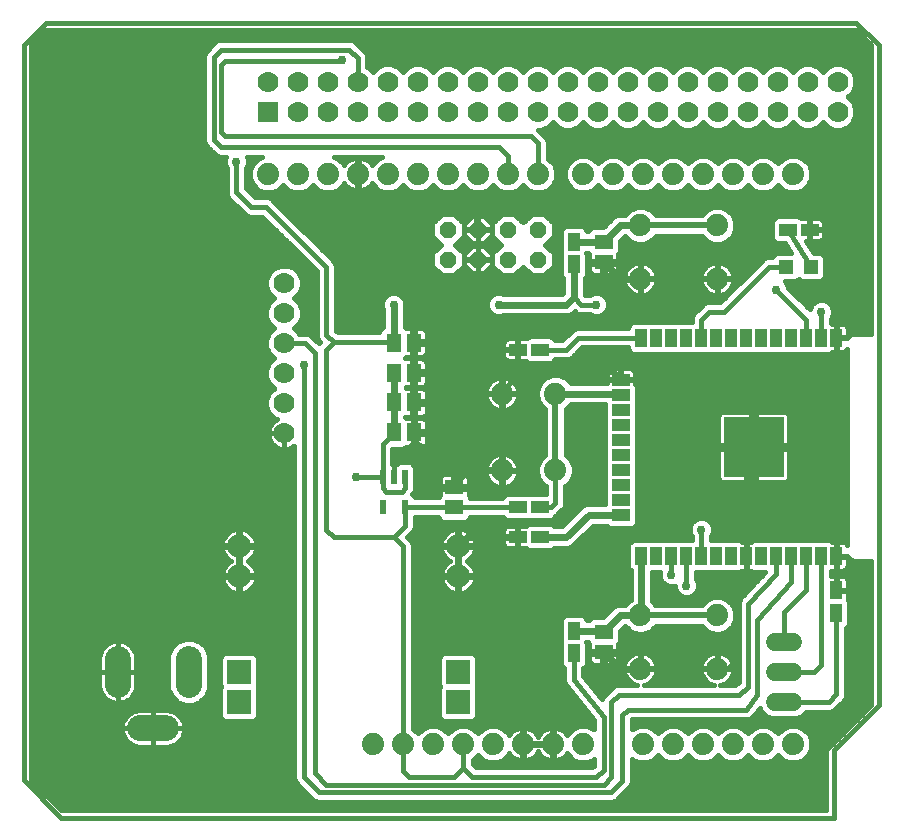
<source format=gtl>
G75*
%MOIN*%
%OFA0B0*%
%FSLAX25Y25*%
%IPPOS*%
%LPD*%
%AMOC8*
5,1,8,0,0,1.08239X$1,22.5*
%
%ADD10C,0.01600*%
%ADD11R,0.05118X0.05906*%
%ADD12R,0.05906X0.05118*%
%ADD13C,0.08600*%
%ADD14C,0.07400*%
%ADD15C,0.06000*%
%ADD16R,0.04724X0.04724*%
%ADD17R,0.03937X0.05906*%
%ADD18R,0.05906X0.03937*%
%ADD19C,0.07874*%
%ADD20R,0.07874X0.07874*%
%ADD21R,0.20000X0.20000*%
%ADD22R,0.02165X0.04724*%
%ADD23R,0.07000X0.07000*%
%ADD24C,0.07000*%
%ADD25OC8,0.05600*%
%ADD26C,0.02400*%
%ADD27C,0.02978*%
%ADD28C,0.02000*%
%ADD29OC8,0.02978*%
D10*
X0021149Y0014300D02*
X0021149Y0259300D01*
X0028649Y0266800D01*
X0298649Y0266800D01*
X0306149Y0259300D01*
X0306149Y0039300D01*
X0291149Y0024300D01*
X0291149Y0001800D01*
X0033649Y0001800D01*
X0021149Y0014300D01*
X0023649Y0014300D02*
X0023649Y0259300D01*
X0028649Y0264300D01*
X0298649Y0264300D01*
X0303649Y0259300D01*
X0303649Y0163154D01*
X0297411Y0163154D01*
X0296529Y0162789D01*
X0295854Y0162114D01*
X0295622Y0161554D01*
X0292167Y0161554D01*
X0292167Y0156986D01*
X0294188Y0156986D01*
X0294646Y0157108D01*
X0295056Y0157345D01*
X0295392Y0157681D01*
X0295488Y0157848D01*
X0295488Y0092794D01*
X0295392Y0092962D01*
X0295056Y0093297D01*
X0294646Y0093534D01*
X0294188Y0093657D01*
X0292167Y0093657D01*
X0292167Y0089088D01*
X0295622Y0089088D01*
X0295854Y0088529D01*
X0296529Y0087854D01*
X0297411Y0087488D01*
X0303649Y0087488D01*
X0303649Y0039300D01*
X0288649Y0024300D01*
X0288649Y0004300D01*
X0033649Y0004300D01*
X0023649Y0014300D01*
X0024262Y0013687D02*
X0111637Y0013687D01*
X0111711Y0013509D02*
X0112611Y0012608D01*
X0117611Y0007608D01*
X0118787Y0007121D01*
X0217560Y0007121D01*
X0218736Y0007608D01*
X0219636Y0008509D01*
X0223324Y0012196D01*
X0223811Y0013372D01*
X0223811Y0021407D01*
X0224068Y0021150D01*
X0226310Y0020221D01*
X0228737Y0020221D01*
X0230979Y0021150D01*
X0232524Y0022695D01*
X0234068Y0021150D01*
X0236310Y0020221D01*
X0238737Y0020221D01*
X0240979Y0021150D01*
X0242524Y0022695D01*
X0244068Y0021150D01*
X0246310Y0020221D01*
X0248737Y0020221D01*
X0250979Y0021150D01*
X0252524Y0022695D01*
X0254068Y0021150D01*
X0256310Y0020221D01*
X0258737Y0020221D01*
X0260979Y0021150D01*
X0262524Y0022695D01*
X0264068Y0021150D01*
X0266310Y0020221D01*
X0268737Y0020221D01*
X0270979Y0021150D01*
X0272524Y0022695D01*
X0274068Y0021150D01*
X0276310Y0020221D01*
X0278737Y0020221D01*
X0280979Y0021150D01*
X0282695Y0022866D01*
X0283624Y0025108D01*
X0283624Y0027535D01*
X0282695Y0029777D01*
X0280979Y0031493D01*
X0278737Y0032421D01*
X0276310Y0032421D01*
X0274068Y0031493D01*
X0272524Y0029948D01*
X0270979Y0031493D01*
X0268737Y0032421D01*
X0266310Y0032421D01*
X0264068Y0031493D01*
X0262524Y0029948D01*
X0260979Y0031493D01*
X0258737Y0032421D01*
X0256310Y0032421D01*
X0254068Y0031493D01*
X0252524Y0029948D01*
X0250979Y0031493D01*
X0248737Y0032421D01*
X0246310Y0032421D01*
X0244068Y0031493D01*
X0242524Y0029948D01*
X0240979Y0031493D01*
X0238737Y0032421D01*
X0236310Y0032421D01*
X0234068Y0031493D01*
X0232524Y0029948D01*
X0230979Y0031493D01*
X0228737Y0032421D01*
X0226310Y0032421D01*
X0224068Y0031493D01*
X0223811Y0031235D01*
X0223811Y0034621D01*
X0261524Y0034621D01*
X0261753Y0034563D01*
X0262154Y0034621D01*
X0262560Y0034621D01*
X0262779Y0034712D01*
X0263013Y0034746D01*
X0263361Y0034953D01*
X0263736Y0035108D01*
X0263903Y0035276D01*
X0264107Y0035396D01*
X0264349Y0035722D01*
X0264636Y0036009D01*
X0264727Y0036227D01*
X0266366Y0038421D01*
X0266846Y0037262D01*
X0268365Y0035743D01*
X0270349Y0034921D01*
X0278498Y0034921D01*
X0280482Y0035743D01*
X0281860Y0037121D01*
X0290060Y0037121D01*
X0291236Y0037608D01*
X0292136Y0038509D01*
X0294689Y0041061D01*
X0295176Y0042237D01*
X0295176Y0065095D01*
X0295304Y0065148D01*
X0295979Y0065823D01*
X0296345Y0066705D01*
X0296345Y0073566D01*
X0295979Y0074448D01*
X0295745Y0074682D01*
X0295745Y0077353D01*
X0292160Y0077353D01*
X0292160Y0077721D01*
X0291792Y0077721D01*
X0291792Y0082290D01*
X0290124Y0082290D01*
X0290124Y0083839D01*
X0290311Y0083916D01*
X0290545Y0084151D01*
X0291798Y0084151D01*
X0291798Y0088720D01*
X0292167Y0088720D01*
X0292167Y0089088D01*
X0291798Y0089088D01*
X0291798Y0093657D01*
X0290545Y0093657D01*
X0290311Y0093891D01*
X0289429Y0094257D01*
X0284537Y0094257D01*
X0284483Y0094234D01*
X0284429Y0094257D01*
X0279537Y0094257D01*
X0279483Y0094234D01*
X0279429Y0094257D01*
X0274537Y0094257D01*
X0274483Y0094234D01*
X0274429Y0094257D01*
X0269537Y0094257D01*
X0269483Y0094234D01*
X0269429Y0094257D01*
X0264537Y0094257D01*
X0263655Y0093891D01*
X0263420Y0093657D01*
X0262167Y0093657D01*
X0262167Y0089088D01*
X0261798Y0089088D01*
X0261798Y0093657D01*
X0260545Y0093657D01*
X0260311Y0093891D01*
X0259429Y0094257D01*
X0254537Y0094257D01*
X0254483Y0094234D01*
X0254429Y0094257D01*
X0250124Y0094257D01*
X0250124Y0095521D01*
X0250221Y0095618D01*
X0250813Y0097048D01*
X0250813Y0098595D01*
X0250221Y0100024D01*
X0249127Y0101118D01*
X0247697Y0101710D01*
X0246150Y0101710D01*
X0244721Y0101118D01*
X0243627Y0100024D01*
X0243035Y0098595D01*
X0243035Y0097048D01*
X0243627Y0095618D01*
X0243724Y0095521D01*
X0243724Y0094257D01*
X0239537Y0094257D01*
X0239483Y0094234D01*
X0239429Y0094257D01*
X0234537Y0094257D01*
X0234483Y0094234D01*
X0234429Y0094257D01*
X0229537Y0094257D01*
X0229483Y0094234D01*
X0229429Y0094257D01*
X0224537Y0094257D01*
X0223655Y0093891D01*
X0222980Y0093216D01*
X0222614Y0092334D01*
X0222614Y0085474D01*
X0222980Y0084592D01*
X0223383Y0084188D01*
X0223383Y0074481D01*
X0223168Y0074393D01*
X0221597Y0072821D01*
X0219261Y0072821D01*
X0217938Y0072273D01*
X0214292Y0068627D01*
X0210993Y0068627D01*
X0210111Y0068261D01*
X0209472Y0067622D01*
X0208722Y0067622D01*
X0208427Y0068334D01*
X0207752Y0069009D01*
X0206870Y0069375D01*
X0201978Y0069375D01*
X0201096Y0069009D01*
X0200420Y0068334D01*
X0200055Y0067452D01*
X0200055Y0060592D01*
X0200167Y0060321D01*
X0200055Y0060051D01*
X0200055Y0053190D01*
X0200420Y0052308D01*
X0201096Y0051633D01*
X0201224Y0051580D01*
X0201224Y0047998D01*
X0201173Y0047542D01*
X0201224Y0047367D01*
X0201224Y0047185D01*
X0201399Y0046760D01*
X0201527Y0046319D01*
X0201641Y0046177D01*
X0201711Y0046009D01*
X0202036Y0045684D01*
X0211224Y0034199D01*
X0211224Y0031248D01*
X0210979Y0031493D01*
X0208737Y0032421D01*
X0206310Y0032421D01*
X0204068Y0031493D01*
X0202352Y0029777D01*
X0202156Y0029303D01*
X0201719Y0029904D01*
X0201107Y0030516D01*
X0200406Y0031025D01*
X0199635Y0031418D01*
X0198812Y0031686D01*
X0197956Y0031821D01*
X0197724Y0031821D01*
X0197724Y0026521D01*
X0197324Y0026521D01*
X0197324Y0031821D01*
X0197091Y0031821D01*
X0196236Y0031686D01*
X0195412Y0031418D01*
X0194641Y0031025D01*
X0193941Y0030516D01*
X0193328Y0029904D01*
X0192820Y0029204D01*
X0192524Y0028623D01*
X0192228Y0029204D01*
X0191719Y0029904D01*
X0191107Y0030516D01*
X0190406Y0031025D01*
X0189635Y0031418D01*
X0188812Y0031686D01*
X0187956Y0031821D01*
X0187724Y0031821D01*
X0187724Y0026521D01*
X0197324Y0026521D01*
X0197324Y0026121D01*
X0197724Y0026121D01*
X0197724Y0020821D01*
X0197956Y0020821D01*
X0198812Y0020957D01*
X0199635Y0021224D01*
X0200406Y0021617D01*
X0201107Y0022126D01*
X0201719Y0022738D01*
X0202156Y0023340D01*
X0202352Y0022866D01*
X0204068Y0021150D01*
X0206310Y0020221D01*
X0208737Y0020221D01*
X0210979Y0021150D01*
X0211224Y0021395D01*
X0211224Y0019147D01*
X0210598Y0018521D01*
X0171949Y0018521D01*
X0170724Y0019747D01*
X0170724Y0021044D01*
X0170979Y0021150D01*
X0172524Y0022695D01*
X0174068Y0021150D01*
X0176310Y0020221D01*
X0178737Y0020221D01*
X0180979Y0021150D01*
X0182695Y0022866D01*
X0182891Y0023340D01*
X0183328Y0022738D01*
X0183941Y0022126D01*
X0184641Y0021617D01*
X0185412Y0021224D01*
X0186236Y0020957D01*
X0187091Y0020821D01*
X0187324Y0020821D01*
X0187324Y0026121D01*
X0187724Y0026121D01*
X0187724Y0026521D01*
X0187324Y0026521D01*
X0187324Y0031821D01*
X0187091Y0031821D01*
X0186236Y0031686D01*
X0185412Y0031418D01*
X0184641Y0031025D01*
X0183941Y0030516D01*
X0183328Y0029904D01*
X0182891Y0029302D01*
X0182695Y0029777D01*
X0180979Y0031493D01*
X0178737Y0032421D01*
X0176310Y0032421D01*
X0174068Y0031493D01*
X0172524Y0029948D01*
X0170979Y0031493D01*
X0168737Y0032421D01*
X0166310Y0032421D01*
X0164068Y0031493D01*
X0162524Y0029948D01*
X0160979Y0031493D01*
X0158737Y0032421D01*
X0156310Y0032421D01*
X0154068Y0031493D01*
X0152524Y0029948D01*
X0150979Y0031493D01*
X0150724Y0031598D01*
X0150724Y0092858D01*
X0150236Y0094034D01*
X0149336Y0094934D01*
X0148949Y0095321D01*
X0149976Y0096349D01*
X0150877Y0097249D01*
X0151364Y0098425D01*
X0151364Y0101681D01*
X0151546Y0102121D01*
X0159325Y0102121D01*
X0159641Y0101359D01*
X0160316Y0100684D01*
X0161198Y0100318D01*
X0168059Y0100318D01*
X0168941Y0100684D01*
X0169616Y0101359D01*
X0169914Y0102077D01*
X0180701Y0102077D01*
X0180735Y0101993D01*
X0181411Y0101318D01*
X0182293Y0100953D01*
X0189153Y0100953D01*
X0189424Y0101065D01*
X0189694Y0100953D01*
X0196555Y0100953D01*
X0197437Y0101318D01*
X0198112Y0101993D01*
X0198290Y0102424D01*
X0198736Y0102608D01*
X0199636Y0103509D01*
X0201036Y0104909D01*
X0201524Y0106085D01*
X0201524Y0112244D01*
X0201779Y0112350D01*
X0203495Y0114066D01*
X0204424Y0116308D01*
X0204424Y0118735D01*
X0203495Y0120977D01*
X0201779Y0122693D01*
X0201724Y0122715D01*
X0201724Y0137927D01*
X0201779Y0137950D01*
X0203350Y0139521D01*
X0214780Y0139521D01*
X0214780Y0135316D01*
X0214802Y0135262D01*
X0214780Y0135208D01*
X0214780Y0130316D01*
X0214802Y0130262D01*
X0214780Y0130208D01*
X0214780Y0125316D01*
X0214802Y0125262D01*
X0214780Y0125208D01*
X0214780Y0120316D01*
X0214802Y0120262D01*
X0214780Y0120208D01*
X0214780Y0115316D01*
X0214802Y0115262D01*
X0214780Y0115208D01*
X0214780Y0110316D01*
X0214802Y0110262D01*
X0214780Y0110208D01*
X0214780Y0106362D01*
X0208648Y0106362D01*
X0207325Y0105814D01*
X0200432Y0098921D01*
X0197840Y0098921D01*
X0197437Y0099324D01*
X0196555Y0099690D01*
X0189694Y0099690D01*
X0188812Y0099324D01*
X0188578Y0099090D01*
X0185907Y0099090D01*
X0185907Y0095506D01*
X0185539Y0095506D01*
X0185539Y0099090D01*
X0182533Y0099090D01*
X0182075Y0098967D01*
X0181665Y0098730D01*
X0181330Y0098395D01*
X0181093Y0097984D01*
X0180970Y0097527D01*
X0180970Y0095505D01*
X0185538Y0095505D01*
X0185538Y0095137D01*
X0180970Y0095137D01*
X0180970Y0093116D01*
X0181093Y0092658D01*
X0181330Y0092247D01*
X0181665Y0091912D01*
X0182075Y0091675D01*
X0182533Y0091553D01*
X0185539Y0091553D01*
X0185539Y0095137D01*
X0185907Y0095137D01*
X0185907Y0091553D01*
X0188578Y0091553D01*
X0188812Y0091318D01*
X0189694Y0090953D01*
X0196555Y0090953D01*
X0197437Y0091318D01*
X0197840Y0091721D01*
X0202640Y0091721D01*
X0203963Y0092269D01*
X0204976Y0093282D01*
X0210856Y0099162D01*
X0215417Y0099162D01*
X0215820Y0098759D01*
X0216702Y0098394D01*
X0223562Y0098394D01*
X0224445Y0098759D01*
X0225120Y0099434D01*
X0225485Y0100316D01*
X0225485Y0105208D01*
X0225463Y0105262D01*
X0225485Y0105316D01*
X0225485Y0110208D01*
X0225463Y0110262D01*
X0225485Y0110316D01*
X0225485Y0115208D01*
X0225463Y0115262D01*
X0225485Y0115316D01*
X0225485Y0120208D01*
X0225463Y0120262D01*
X0225485Y0120316D01*
X0225485Y0125208D01*
X0225463Y0125262D01*
X0225485Y0125316D01*
X0225485Y0130208D01*
X0225463Y0130262D01*
X0225485Y0130316D01*
X0225485Y0135208D01*
X0225463Y0135262D01*
X0225485Y0135316D01*
X0225485Y0140208D01*
X0225463Y0140262D01*
X0225485Y0140316D01*
X0225485Y0145208D01*
X0225120Y0146090D01*
X0224885Y0146325D01*
X0224885Y0147578D01*
X0220317Y0147578D01*
X0220317Y0147946D01*
X0224885Y0147946D01*
X0224885Y0149968D01*
X0224762Y0150425D01*
X0224525Y0150836D01*
X0224190Y0151171D01*
X0223780Y0151408D01*
X0223322Y0151531D01*
X0220317Y0151531D01*
X0220317Y0147946D01*
X0219948Y0147946D01*
X0219948Y0147578D01*
X0215380Y0147578D01*
X0215380Y0146721D01*
X0203350Y0146721D01*
X0201779Y0148293D01*
X0199537Y0149221D01*
X0197110Y0149221D01*
X0194868Y0148293D01*
X0193152Y0146577D01*
X0192224Y0144335D01*
X0192224Y0141908D01*
X0193152Y0139666D01*
X0194868Y0137950D01*
X0194924Y0137927D01*
X0194924Y0122715D01*
X0194868Y0122693D01*
X0193152Y0120977D01*
X0192224Y0118735D01*
X0192224Y0116308D01*
X0193152Y0114066D01*
X0194868Y0112350D01*
X0195124Y0112244D01*
X0195124Y0109690D01*
X0189694Y0109690D01*
X0189424Y0109578D01*
X0189153Y0109690D01*
X0182293Y0109690D01*
X0181411Y0109324D01*
X0180735Y0108649D01*
X0180664Y0108477D01*
X0169914Y0108477D01*
X0169616Y0109196D01*
X0169381Y0109430D01*
X0169381Y0111491D01*
X0165108Y0111491D01*
X0165108Y0112450D01*
X0164149Y0112450D01*
X0164149Y0116329D01*
X0161439Y0116329D01*
X0160981Y0116207D01*
X0160571Y0115970D01*
X0160236Y0115634D01*
X0159999Y0115224D01*
X0159876Y0114766D01*
X0159876Y0112450D01*
X0164149Y0112450D01*
X0164149Y0111491D01*
X0159876Y0111491D01*
X0159876Y0109430D01*
X0159641Y0109196D01*
X0159362Y0108521D01*
X0151448Y0108521D01*
X0151281Y0108925D01*
X0150652Y0109554D01*
X0150877Y0109779D01*
X0151364Y0110955D01*
X0151364Y0111917D01*
X0151646Y0112600D01*
X0151646Y0118279D01*
X0151281Y0119161D01*
X0150606Y0119836D01*
X0149724Y0120202D01*
X0146604Y0120202D01*
X0145722Y0119836D01*
X0145487Y0119602D01*
X0144424Y0119602D01*
X0144424Y0115439D01*
X0144424Y0120321D01*
X0151185Y0127083D01*
X0151185Y0127821D01*
X0154424Y0124583D01*
X0154424Y0111946D01*
X0164605Y0111946D01*
X0164629Y0111970D01*
X0165108Y0112450D02*
X0165108Y0116329D01*
X0167818Y0116329D01*
X0168276Y0116207D01*
X0168687Y0115970D01*
X0169022Y0115634D01*
X0169259Y0115224D01*
X0169381Y0114766D01*
X0169381Y0112450D01*
X0165108Y0112450D01*
X0165108Y0112794D02*
X0164149Y0112794D01*
X0164149Y0114393D02*
X0165108Y0114393D01*
X0165108Y0115991D02*
X0164149Y0115991D01*
X0160608Y0115991D02*
X0151646Y0115991D01*
X0151646Y0114393D02*
X0159876Y0114393D01*
X0159876Y0112794D02*
X0151646Y0112794D01*
X0151364Y0111196D02*
X0159876Y0111196D01*
X0159876Y0109597D02*
X0150695Y0109597D01*
X0148164Y0111591D02*
X0147044Y0110471D01*
X0141814Y0110471D01*
X0141784Y0110441D01*
X0140683Y0111541D01*
X0140683Y0115439D01*
X0132042Y0115439D01*
X0131924Y0115321D01*
X0140683Y0115439D02*
X0140683Y0126362D01*
X0144492Y0130171D01*
X0143883Y0124818D02*
X0147529Y0124818D01*
X0148411Y0125184D01*
X0148645Y0125418D01*
X0150706Y0125418D01*
X0150706Y0129692D01*
X0151665Y0129692D01*
X0151665Y0130651D01*
X0155544Y0130651D01*
X0155544Y0133361D01*
X0155421Y0133819D01*
X0155184Y0134229D01*
X0154849Y0134564D01*
X0154439Y0134801D01*
X0153981Y0134924D01*
X0151665Y0134924D01*
X0151665Y0130651D01*
X0150706Y0130651D01*
X0150706Y0134924D01*
X0148645Y0134924D01*
X0148411Y0135159D01*
X0148314Y0135199D01*
X0148351Y0135214D01*
X0148585Y0135448D01*
X0150646Y0135448D01*
X0150646Y0139722D01*
X0151605Y0139722D01*
X0151605Y0140681D01*
X0155484Y0140681D01*
X0155484Y0143391D01*
X0155361Y0143849D01*
X0155125Y0144259D01*
X0154789Y0144594D01*
X0154379Y0144831D01*
X0153921Y0144954D01*
X0151605Y0144954D01*
X0151605Y0140681D01*
X0150646Y0140681D01*
X0150646Y0144954D01*
X0148585Y0144954D01*
X0148351Y0145189D01*
X0148350Y0145189D01*
X0148530Y0145368D01*
X0150591Y0145368D01*
X0150591Y0149642D01*
X0151550Y0149642D01*
X0151550Y0150601D01*
X0155429Y0150601D01*
X0155429Y0153311D01*
X0155306Y0153769D01*
X0155069Y0154179D01*
X0154734Y0154514D01*
X0154324Y0154751D01*
X0153866Y0154874D01*
X0151550Y0154874D01*
X0151550Y0150601D01*
X0150591Y0150601D01*
X0150591Y0154874D01*
X0148530Y0154874D01*
X0148296Y0155109D01*
X0148283Y0155114D01*
X0148356Y0155144D01*
X0148590Y0155378D01*
X0150651Y0155378D01*
X0150651Y0159652D01*
X0151610Y0159652D01*
X0151610Y0160611D01*
X0155489Y0160611D01*
X0155489Y0163321D01*
X0155366Y0163779D01*
X0155129Y0164189D01*
X0154794Y0164524D01*
X0154384Y0164761D01*
X0153926Y0164884D01*
X0151610Y0164884D01*
X0151610Y0160611D01*
X0150651Y0160611D01*
X0150651Y0164884D01*
X0148590Y0164884D01*
X0148356Y0165119D01*
X0148024Y0165256D01*
X0148024Y0171350D01*
X0148313Y0172048D01*
X0148313Y0173595D01*
X0147721Y0175024D01*
X0146627Y0176118D01*
X0145197Y0176710D01*
X0143650Y0176710D01*
X0142221Y0176118D01*
X0141127Y0175024D01*
X0140535Y0173595D01*
X0140535Y0172048D01*
X0140824Y0171350D01*
X0140824Y0165245D01*
X0140519Y0165119D01*
X0139843Y0164443D01*
X0139478Y0163561D01*
X0139478Y0163521D01*
X0125749Y0163521D01*
X0125124Y0164147D01*
X0125124Y0185958D01*
X0124636Y0187134D01*
X0123736Y0188034D01*
X0104636Y0207134D01*
X0103736Y0208034D01*
X0102560Y0208521D01*
X0098249Y0208521D01*
X0095186Y0211584D01*
X0095186Y0218084D01*
X0095283Y0218181D01*
X0095875Y0219610D01*
X0095875Y0221157D01*
X0095476Y0222121D01*
X0100586Y0222121D01*
X0099068Y0221493D01*
X0097352Y0219777D01*
X0096424Y0217535D01*
X0096424Y0215108D01*
X0097352Y0212866D01*
X0099068Y0211150D01*
X0101310Y0210221D01*
X0103737Y0210221D01*
X0105979Y0211150D01*
X0107524Y0212695D01*
X0109068Y0211150D01*
X0111310Y0210221D01*
X0113737Y0210221D01*
X0115979Y0211150D01*
X0117524Y0212695D01*
X0119068Y0211150D01*
X0121310Y0210221D01*
X0123737Y0210221D01*
X0125979Y0211150D01*
X0127695Y0212866D01*
X0127891Y0213340D01*
X0128328Y0212738D01*
X0128941Y0212126D01*
X0129641Y0211617D01*
X0130412Y0211224D01*
X0131236Y0210957D01*
X0132091Y0210821D01*
X0132324Y0210821D01*
X0132324Y0216121D01*
X0132724Y0216121D01*
X0132724Y0210821D01*
X0132956Y0210821D01*
X0133812Y0210957D01*
X0134635Y0211224D01*
X0135406Y0211617D01*
X0136107Y0212126D01*
X0136719Y0212738D01*
X0137156Y0213340D01*
X0137352Y0212866D01*
X0139068Y0211150D01*
X0141310Y0210221D01*
X0143737Y0210221D01*
X0145979Y0211150D01*
X0147524Y0212695D01*
X0149068Y0211150D01*
X0151310Y0210221D01*
X0153737Y0210221D01*
X0155979Y0211150D01*
X0157524Y0212695D01*
X0159068Y0211150D01*
X0161310Y0210221D01*
X0163737Y0210221D01*
X0165979Y0211150D01*
X0167524Y0212695D01*
X0169068Y0211150D01*
X0171310Y0210221D01*
X0173737Y0210221D01*
X0175979Y0211150D01*
X0177524Y0212695D01*
X0179068Y0211150D01*
X0181310Y0210221D01*
X0183737Y0210221D01*
X0185979Y0211150D01*
X0187524Y0212695D01*
X0189068Y0211150D01*
X0191310Y0210221D01*
X0193737Y0210221D01*
X0195979Y0211150D01*
X0197695Y0212866D01*
X0198624Y0215108D01*
X0198624Y0217535D01*
X0197695Y0219777D01*
X0195979Y0221493D01*
X0195724Y0221598D01*
X0195724Y0227295D01*
X0195236Y0228471D01*
X0192886Y0230821D01*
X0192594Y0231114D01*
X0193550Y0231114D01*
X0195718Y0232012D01*
X0197376Y0233670D01*
X0199034Y0232012D01*
X0201203Y0231114D01*
X0203550Y0231114D01*
X0205718Y0232012D01*
X0207376Y0233670D01*
X0209034Y0232012D01*
X0211203Y0231114D01*
X0213550Y0231114D01*
X0215718Y0232012D01*
X0217376Y0233670D01*
X0219034Y0232012D01*
X0221203Y0231114D01*
X0223550Y0231114D01*
X0225718Y0232012D01*
X0227376Y0233670D01*
X0229034Y0232012D01*
X0231203Y0231114D01*
X0233550Y0231114D01*
X0235718Y0232012D01*
X0237376Y0233670D01*
X0239034Y0232012D01*
X0241203Y0231114D01*
X0243550Y0231114D01*
X0245718Y0232012D01*
X0247376Y0233670D01*
X0249034Y0232012D01*
X0251203Y0231114D01*
X0253550Y0231114D01*
X0255718Y0232012D01*
X0257376Y0233670D01*
X0259034Y0232012D01*
X0261203Y0231114D01*
X0263550Y0231114D01*
X0265718Y0232012D01*
X0267376Y0233670D01*
X0269034Y0232012D01*
X0271203Y0231114D01*
X0273550Y0231114D01*
X0275718Y0232012D01*
X0277376Y0233670D01*
X0279034Y0232012D01*
X0281203Y0231114D01*
X0283550Y0231114D01*
X0285718Y0232012D01*
X0287376Y0233670D01*
X0289034Y0232012D01*
X0291203Y0231114D01*
X0293550Y0231114D01*
X0295718Y0232012D01*
X0297378Y0233672D01*
X0298276Y0235841D01*
X0298276Y0238188D01*
X0297378Y0240356D01*
X0295720Y0242014D01*
X0297378Y0243672D01*
X0298276Y0245841D01*
X0298276Y0248188D01*
X0297378Y0250356D01*
X0295718Y0252016D01*
X0293550Y0252914D01*
X0291203Y0252914D01*
X0289034Y0252016D01*
X0287376Y0250358D01*
X0285718Y0252016D01*
X0283550Y0252914D01*
X0281203Y0252914D01*
X0279034Y0252016D01*
X0277376Y0250358D01*
X0275718Y0252016D01*
X0273550Y0252914D01*
X0271203Y0252914D01*
X0269034Y0252016D01*
X0267376Y0250358D01*
X0265718Y0252016D01*
X0263550Y0252914D01*
X0261203Y0252914D01*
X0259034Y0252016D01*
X0257376Y0250358D01*
X0255718Y0252016D01*
X0253550Y0252914D01*
X0251203Y0252914D01*
X0249034Y0252016D01*
X0247376Y0250358D01*
X0245718Y0252016D01*
X0243550Y0252914D01*
X0241203Y0252914D01*
X0239034Y0252016D01*
X0237376Y0250358D01*
X0235718Y0252016D01*
X0233550Y0252914D01*
X0231203Y0252914D01*
X0229034Y0252016D01*
X0227376Y0250358D01*
X0225718Y0252016D01*
X0223550Y0252914D01*
X0221203Y0252914D01*
X0219034Y0252016D01*
X0217376Y0250358D01*
X0215718Y0252016D01*
X0213550Y0252914D01*
X0211203Y0252914D01*
X0209034Y0252016D01*
X0207376Y0250358D01*
X0205718Y0252016D01*
X0203550Y0252914D01*
X0201203Y0252914D01*
X0199034Y0252016D01*
X0197376Y0250358D01*
X0195718Y0252016D01*
X0193550Y0252914D01*
X0191203Y0252914D01*
X0189034Y0252016D01*
X0187376Y0250358D01*
X0185718Y0252016D01*
X0183550Y0252914D01*
X0181203Y0252914D01*
X0179034Y0252016D01*
X0177376Y0250358D01*
X0175718Y0252016D01*
X0173550Y0252914D01*
X0171203Y0252914D01*
X0169034Y0252016D01*
X0167376Y0250358D01*
X0165718Y0252016D01*
X0163550Y0252914D01*
X0161203Y0252914D01*
X0159034Y0252016D01*
X0157376Y0250358D01*
X0155718Y0252016D01*
X0153550Y0252914D01*
X0151203Y0252914D01*
X0149034Y0252016D01*
X0147376Y0250358D01*
X0145718Y0252016D01*
X0143550Y0252914D01*
X0141203Y0252914D01*
X0139034Y0252016D01*
X0137376Y0250358D01*
X0135718Y0252016D01*
X0135576Y0252075D01*
X0135576Y0255505D01*
X0135089Y0256681D01*
X0132136Y0259634D01*
X0131236Y0260534D01*
X0130060Y0261021D01*
X0086287Y0261021D01*
X0085111Y0260534D01*
X0084211Y0259634D01*
X0081711Y0257134D01*
X0081224Y0255958D01*
X0081224Y0227185D01*
X0081711Y0226009D01*
X0082611Y0225108D01*
X0085111Y0222608D01*
X0086287Y0222121D01*
X0088496Y0222121D01*
X0088097Y0221157D01*
X0088097Y0219610D01*
X0088689Y0218181D01*
X0088786Y0218084D01*
X0088786Y0209622D01*
X0089273Y0208446D01*
X0095111Y0202608D01*
X0096287Y0202121D01*
X0100598Y0202121D01*
X0118724Y0183996D01*
X0118724Y0162185D01*
X0119211Y0161009D01*
X0119898Y0160321D01*
X0119424Y0159847D01*
X0116636Y0162634D01*
X0115460Y0163121D01*
X0112944Y0163121D01*
X0112885Y0163263D01*
X0111227Y0164921D01*
X0112885Y0166579D01*
X0113784Y0168748D01*
X0113784Y0171095D01*
X0112885Y0173263D01*
X0111227Y0174921D01*
X0112885Y0176579D01*
X0113784Y0178748D01*
X0113784Y0181095D01*
X0112885Y0183263D01*
X0111226Y0184923D01*
X0109057Y0185821D01*
X0106710Y0185821D01*
X0104542Y0184923D01*
X0102882Y0183263D01*
X0101984Y0181095D01*
X0101984Y0178748D01*
X0102882Y0176579D01*
X0104540Y0174921D01*
X0102882Y0173263D01*
X0101984Y0171095D01*
X0101984Y0168748D01*
X0102882Y0166579D01*
X0104540Y0164921D01*
X0102882Y0163263D01*
X0101984Y0161095D01*
X0101984Y0158748D01*
X0102882Y0156579D01*
X0104540Y0154921D01*
X0102882Y0153263D01*
X0101984Y0151095D01*
X0101984Y0148748D01*
X0102882Y0146579D01*
X0104540Y0144921D01*
X0102882Y0143263D01*
X0101984Y0141095D01*
X0101984Y0138748D01*
X0102882Y0136579D01*
X0104542Y0134919D01*
X0105356Y0134582D01*
X0105106Y0134454D01*
X0104431Y0133964D01*
X0103841Y0133374D01*
X0103351Y0132699D01*
X0102972Y0131956D01*
X0102714Y0131162D01*
X0102584Y0130338D01*
X0102584Y0129921D01*
X0102584Y0129504D01*
X0102714Y0128680D01*
X0102972Y0127887D01*
X0103351Y0127143D01*
X0103841Y0126468D01*
X0104431Y0125879D01*
X0105106Y0125388D01*
X0105849Y0125009D01*
X0106643Y0124752D01*
X0107466Y0124621D01*
X0107884Y0124621D01*
X0108301Y0124621D01*
X0109125Y0124752D01*
X0109918Y0125009D01*
X0110661Y0125388D01*
X0111224Y0125797D01*
X0111224Y0014685D01*
X0111711Y0013509D01*
X0111224Y0015285D02*
X0023649Y0015285D01*
X0023649Y0016884D02*
X0111224Y0016884D01*
X0111224Y0018482D02*
X0023649Y0018482D01*
X0023649Y0020081D02*
X0111224Y0020081D01*
X0111224Y0021679D02*
X0023649Y0021679D01*
X0023649Y0023278D02*
X0111224Y0023278D01*
X0111224Y0024876D02*
X0023649Y0024876D01*
X0023649Y0026475D02*
X0056495Y0026475D01*
X0056727Y0026306D02*
X0057582Y0025870D01*
X0058495Y0025574D01*
X0059444Y0025424D01*
X0064224Y0025424D01*
X0069004Y0025424D01*
X0069952Y0025574D01*
X0070865Y0025870D01*
X0071721Y0026306D01*
X0072498Y0026871D01*
X0073176Y0027550D01*
X0073741Y0028326D01*
X0074177Y0029182D01*
X0074473Y0030095D01*
X0074624Y0031043D01*
X0074624Y0031523D01*
X0064224Y0031523D01*
X0064224Y0025424D01*
X0064224Y0031523D01*
X0064224Y0031523D01*
X0064224Y0031524D01*
X0064224Y0031524D01*
X0064224Y0037624D01*
X0069004Y0037624D01*
X0069952Y0037473D01*
X0070865Y0037177D01*
X0071721Y0036741D01*
X0072498Y0036176D01*
X0073176Y0035497D01*
X0073741Y0034721D01*
X0074177Y0033865D01*
X0074473Y0032952D01*
X0074624Y0032004D01*
X0074624Y0031524D01*
X0064224Y0031524D01*
X0064224Y0037624D01*
X0059444Y0037624D01*
X0058495Y0037473D01*
X0057582Y0037177D01*
X0056727Y0036741D01*
X0055950Y0036176D01*
X0055271Y0035497D01*
X0054706Y0034721D01*
X0054271Y0033865D01*
X0053974Y0032952D01*
X0053824Y0032004D01*
X0053824Y0031524D01*
X0064223Y0031524D01*
X0064223Y0031523D01*
X0053824Y0031523D01*
X0053824Y0031043D01*
X0053974Y0030095D01*
X0054271Y0029182D01*
X0054706Y0028326D01*
X0055271Y0027550D01*
X0055950Y0026871D01*
X0056727Y0026306D01*
X0054890Y0028073D02*
X0023649Y0028073D01*
X0023649Y0029672D02*
X0054111Y0029672D01*
X0053824Y0031270D02*
X0023649Y0031270D01*
X0023649Y0032869D02*
X0053961Y0032869D01*
X0054577Y0034467D02*
X0023649Y0034467D01*
X0023649Y0036066D02*
X0055839Y0036066D01*
X0054754Y0040468D02*
X0053841Y0040171D01*
X0052893Y0040021D01*
X0052413Y0040021D01*
X0052413Y0050421D01*
X0052413Y0050421D01*
X0058513Y0050421D01*
X0058513Y0045641D01*
X0058362Y0044693D01*
X0058066Y0043780D01*
X0057630Y0042924D01*
X0057065Y0042147D01*
X0056386Y0041468D01*
X0055610Y0040904D01*
X0054754Y0040468D01*
X0055526Y0040861D02*
X0071819Y0040861D01*
X0072239Y0040441D02*
X0074702Y0039421D01*
X0077367Y0039421D01*
X0079830Y0040441D01*
X0081715Y0042326D01*
X0082735Y0044788D01*
X0082735Y0056054D01*
X0081715Y0058516D01*
X0079830Y0060401D01*
X0077367Y0061421D01*
X0074702Y0061421D01*
X0072239Y0060401D01*
X0070355Y0058516D01*
X0069335Y0056054D01*
X0069335Y0044788D01*
X0070355Y0042326D01*
X0072239Y0040441D01*
X0070299Y0042460D02*
X0057292Y0042460D01*
X0058156Y0044058D02*
X0069637Y0044058D01*
X0069335Y0045657D02*
X0058513Y0045657D01*
X0058513Y0047255D02*
X0069335Y0047255D01*
X0069335Y0048854D02*
X0058513Y0048854D01*
X0058513Y0050421D02*
X0058513Y0055201D01*
X0058362Y0056150D01*
X0058066Y0057063D01*
X0057630Y0057918D01*
X0057065Y0058695D01*
X0056386Y0059374D01*
X0055610Y0059938D01*
X0054754Y0060374D01*
X0053841Y0060671D01*
X0052893Y0060821D01*
X0052413Y0060821D01*
X0052413Y0050421D01*
X0052413Y0050421D01*
X0058513Y0050421D01*
X0058513Y0050452D02*
X0069335Y0050452D01*
X0069335Y0052051D02*
X0058513Y0052051D01*
X0058513Y0053649D02*
X0069335Y0053649D01*
X0069335Y0055248D02*
X0058505Y0055248D01*
X0058136Y0056846D02*
X0069663Y0056846D01*
X0070325Y0058445D02*
X0057247Y0058445D01*
X0055404Y0060043D02*
X0071882Y0060043D01*
X0080188Y0060043D02*
X0111224Y0060043D01*
X0111224Y0058445D02*
X0081744Y0058445D01*
X0082406Y0056846D02*
X0111224Y0056846D01*
X0111224Y0055248D02*
X0099048Y0055248D01*
X0098895Y0055618D02*
X0098220Y0056293D01*
X0097338Y0056658D01*
X0088509Y0056658D01*
X0087627Y0056293D01*
X0086952Y0055618D01*
X0086587Y0054736D01*
X0086587Y0045907D01*
X0086829Y0045321D01*
X0086587Y0044736D01*
X0086587Y0035907D01*
X0086952Y0035025D01*
X0087627Y0034350D01*
X0088509Y0033984D01*
X0097338Y0033984D01*
X0098220Y0034350D01*
X0098895Y0035025D01*
X0099261Y0035907D01*
X0099261Y0044736D01*
X0099018Y0045321D01*
X0099261Y0045907D01*
X0099261Y0054736D01*
X0098895Y0055618D01*
X0099261Y0053649D02*
X0111224Y0053649D01*
X0111224Y0052051D02*
X0099261Y0052051D01*
X0099261Y0050452D02*
X0111224Y0050452D01*
X0111224Y0048854D02*
X0099261Y0048854D01*
X0099261Y0047255D02*
X0111224Y0047255D01*
X0111224Y0045657D02*
X0099157Y0045657D01*
X0099261Y0044058D02*
X0111224Y0044058D01*
X0111224Y0042460D02*
X0099261Y0042460D01*
X0099261Y0040861D02*
X0111224Y0040861D01*
X0111224Y0039263D02*
X0099261Y0039263D01*
X0099261Y0037664D02*
X0111224Y0037664D01*
X0111224Y0036066D02*
X0099261Y0036066D01*
X0098338Y0034467D02*
X0111224Y0034467D01*
X0111224Y0032869D02*
X0074487Y0032869D01*
X0074624Y0031270D02*
X0111224Y0031270D01*
X0111224Y0029672D02*
X0074336Y0029672D01*
X0073557Y0028073D02*
X0111224Y0028073D01*
X0111224Y0026475D02*
X0071952Y0026475D01*
X0064224Y0026475D02*
X0064224Y0026475D01*
X0064224Y0028073D02*
X0064224Y0028073D01*
X0064224Y0029672D02*
X0064224Y0029672D01*
X0064224Y0031270D02*
X0064224Y0031270D01*
X0064224Y0032869D02*
X0064224Y0032869D01*
X0064224Y0034467D02*
X0064224Y0034467D01*
X0064224Y0036066D02*
X0064224Y0036066D01*
X0072608Y0036066D02*
X0086587Y0036066D01*
X0086587Y0037664D02*
X0023649Y0037664D01*
X0023649Y0039263D02*
X0086587Y0039263D01*
X0086587Y0040861D02*
X0080250Y0040861D01*
X0081770Y0042460D02*
X0086587Y0042460D01*
X0086587Y0044058D02*
X0082432Y0044058D01*
X0082735Y0045657D02*
X0086690Y0045657D01*
X0086587Y0047255D02*
X0082735Y0047255D01*
X0082735Y0048854D02*
X0086587Y0048854D01*
X0086587Y0050452D02*
X0082735Y0050452D01*
X0082735Y0052051D02*
X0086587Y0052051D01*
X0086587Y0053649D02*
X0082735Y0053649D01*
X0082735Y0055248D02*
X0086799Y0055248D01*
X0111224Y0061642D02*
X0023649Y0061642D01*
X0023649Y0063240D02*
X0111224Y0063240D01*
X0111224Y0064839D02*
X0023649Y0064839D01*
X0023649Y0066437D02*
X0111224Y0066437D01*
X0111224Y0068036D02*
X0023649Y0068036D01*
X0023649Y0069634D02*
X0111224Y0069634D01*
X0111224Y0071233D02*
X0023649Y0071233D01*
X0023649Y0072832D02*
X0111224Y0072832D01*
X0111224Y0074430D02*
X0023649Y0074430D01*
X0023649Y0076029D02*
X0111224Y0076029D01*
X0111224Y0077627D02*
X0096223Y0077627D01*
X0095930Y0077414D02*
X0096661Y0077945D01*
X0097300Y0078584D01*
X0097830Y0079314D01*
X0098240Y0080119D01*
X0098519Y0080978D01*
X0098661Y0081870D01*
X0098661Y0081940D01*
X0093305Y0081940D01*
X0093305Y0082702D01*
X0098661Y0082702D01*
X0098661Y0082773D01*
X0098519Y0083665D01*
X0098240Y0084523D01*
X0097830Y0085328D01*
X0097300Y0086059D01*
X0096661Y0086697D01*
X0095930Y0087228D01*
X0095747Y0087321D01*
X0095930Y0087414D01*
X0096661Y0087945D01*
X0097300Y0088584D01*
X0097830Y0089314D01*
X0098240Y0090119D01*
X0098519Y0090978D01*
X0098661Y0091870D01*
X0098661Y0091940D01*
X0093305Y0091940D01*
X0093305Y0092702D01*
X0098661Y0092702D01*
X0098661Y0092773D01*
X0098519Y0093665D01*
X0098240Y0094523D01*
X0097830Y0095328D01*
X0097300Y0096059D01*
X0096661Y0096697D01*
X0095930Y0097228D01*
X0095126Y0097638D01*
X0094267Y0097917D01*
X0093375Y0098058D01*
X0093305Y0098058D01*
X0093305Y0092702D01*
X0092542Y0092702D01*
X0092542Y0091940D01*
X0087187Y0091940D01*
X0087187Y0091870D01*
X0087328Y0090978D01*
X0087607Y0090119D01*
X0088017Y0089314D01*
X0088548Y0088584D01*
X0089186Y0087945D01*
X0089917Y0087414D01*
X0090100Y0087321D01*
X0089917Y0087228D01*
X0089186Y0086697D01*
X0088548Y0086059D01*
X0088017Y0085328D01*
X0087607Y0084523D01*
X0087328Y0083665D01*
X0087187Y0082773D01*
X0087187Y0082702D01*
X0092542Y0082702D01*
X0092542Y0081940D01*
X0087187Y0081940D01*
X0087187Y0081870D01*
X0087328Y0080978D01*
X0087607Y0080119D01*
X0088017Y0079314D01*
X0088548Y0078584D01*
X0089186Y0077945D01*
X0089917Y0077414D01*
X0090721Y0077005D01*
X0091580Y0076725D01*
X0092472Y0076584D01*
X0092542Y0076584D01*
X0092542Y0081940D01*
X0093305Y0081940D01*
X0093305Y0076584D01*
X0093375Y0076584D01*
X0094267Y0076725D01*
X0095126Y0077005D01*
X0095930Y0077414D01*
X0097766Y0079226D02*
X0111224Y0079226D01*
X0111224Y0080824D02*
X0098469Y0080824D01*
X0098404Y0084021D02*
X0111224Y0084021D01*
X0111224Y0082423D02*
X0093305Y0082423D01*
X0093305Y0082702D02*
X0092542Y0082702D01*
X0092542Y0088058D01*
X0092542Y0091940D01*
X0093305Y0091940D01*
X0093305Y0082702D01*
X0092542Y0082423D02*
X0023649Y0082423D01*
X0023649Y0084021D02*
X0087444Y0084021D01*
X0088229Y0085620D02*
X0023649Y0085620D01*
X0023649Y0087218D02*
X0089903Y0087218D01*
X0088378Y0088817D02*
X0023649Y0088817D01*
X0023649Y0090415D02*
X0087511Y0090415D01*
X0087187Y0092702D02*
X0092542Y0092702D01*
X0092542Y0098058D01*
X0092472Y0098058D01*
X0091580Y0097917D01*
X0090721Y0097638D01*
X0089917Y0097228D01*
X0089186Y0096697D01*
X0088548Y0096059D01*
X0088017Y0095328D01*
X0087607Y0094523D01*
X0087328Y0093665D01*
X0087187Y0092773D01*
X0087187Y0092702D01*
X0087320Y0093612D02*
X0023649Y0093612D01*
X0023649Y0092014D02*
X0092542Y0092014D01*
X0093305Y0092014D02*
X0111224Y0092014D01*
X0111224Y0093612D02*
X0098528Y0093612D01*
X0097890Y0095211D02*
X0111224Y0095211D01*
X0111224Y0096809D02*
X0096507Y0096809D01*
X0093305Y0096809D02*
X0092542Y0096809D01*
X0092542Y0095211D02*
X0093305Y0095211D01*
X0093305Y0093612D02*
X0092542Y0093612D01*
X0092542Y0090415D02*
X0093305Y0090415D01*
X0093305Y0088817D02*
X0092542Y0088817D01*
X0092542Y0087218D02*
X0093305Y0087218D01*
X0093305Y0085620D02*
X0092542Y0085620D01*
X0092542Y0084021D02*
X0093305Y0084021D01*
X0093305Y0080824D02*
X0092542Y0080824D01*
X0092542Y0079226D02*
X0093305Y0079226D01*
X0093305Y0077627D02*
X0092542Y0077627D01*
X0089624Y0077627D02*
X0023649Y0077627D01*
X0023649Y0079226D02*
X0088081Y0079226D01*
X0087378Y0080824D02*
X0023649Y0080824D01*
X0023649Y0095211D02*
X0087957Y0095211D01*
X0089340Y0096809D02*
X0023649Y0096809D01*
X0023649Y0098408D02*
X0111224Y0098408D01*
X0111224Y0100006D02*
X0023649Y0100006D01*
X0023649Y0101605D02*
X0111224Y0101605D01*
X0111224Y0103203D02*
X0023649Y0103203D01*
X0023649Y0104802D02*
X0111224Y0104802D01*
X0111224Y0106400D02*
X0023649Y0106400D01*
X0023649Y0107999D02*
X0111224Y0107999D01*
X0111224Y0109597D02*
X0023649Y0109597D01*
X0023649Y0111196D02*
X0111224Y0111196D01*
X0111224Y0112794D02*
X0023649Y0112794D01*
X0023649Y0114393D02*
X0111224Y0114393D01*
X0111224Y0115991D02*
X0023649Y0115991D01*
X0023649Y0117590D02*
X0111224Y0117590D01*
X0111224Y0119188D02*
X0023649Y0119188D01*
X0023649Y0120787D02*
X0111224Y0120787D01*
X0111224Y0122385D02*
X0023649Y0122385D01*
X0023649Y0123984D02*
X0111224Y0123984D01*
X0111224Y0125582D02*
X0110929Y0125582D01*
X0107884Y0125582D02*
X0107884Y0125582D01*
X0107884Y0124621D02*
X0107884Y0129921D01*
X0107884Y0129921D01*
X0107884Y0124621D01*
X0107884Y0127181D02*
X0107884Y0127181D01*
X0107884Y0128779D02*
X0107884Y0128779D01*
X0107883Y0129921D02*
X0102584Y0129921D01*
X0107883Y0129921D01*
X0107883Y0129921D01*
X0104042Y0133575D02*
X0023649Y0133575D01*
X0023649Y0135173D02*
X0104287Y0135173D01*
X0102802Y0136772D02*
X0023649Y0136772D01*
X0023649Y0138370D02*
X0102140Y0138370D01*
X0101984Y0139969D02*
X0023649Y0139969D01*
X0023649Y0141568D02*
X0102179Y0141568D01*
X0102842Y0143166D02*
X0023649Y0143166D01*
X0023649Y0144765D02*
X0104383Y0144765D01*
X0103098Y0146363D02*
X0023649Y0146363D01*
X0023649Y0147962D02*
X0102309Y0147962D01*
X0101984Y0149560D02*
X0023649Y0149560D01*
X0023649Y0151159D02*
X0102010Y0151159D01*
X0102672Y0152757D02*
X0023649Y0152757D01*
X0023649Y0154356D02*
X0103974Y0154356D01*
X0103507Y0155954D02*
X0023649Y0155954D01*
X0023649Y0157553D02*
X0102479Y0157553D01*
X0101984Y0159151D02*
X0023649Y0159151D01*
X0023649Y0160750D02*
X0101984Y0160750D01*
X0102503Y0162348D02*
X0023649Y0162348D01*
X0023649Y0163947D02*
X0103565Y0163947D01*
X0103916Y0165545D02*
X0023649Y0165545D01*
X0023649Y0167144D02*
X0102648Y0167144D01*
X0101986Y0168742D02*
X0023649Y0168742D01*
X0023649Y0170341D02*
X0101984Y0170341D01*
X0102333Y0171939D02*
X0023649Y0171939D01*
X0023649Y0173538D02*
X0103156Y0173538D01*
X0104325Y0175136D02*
X0023649Y0175136D01*
X0023649Y0176735D02*
X0102817Y0176735D01*
X0102155Y0178333D02*
X0023649Y0178333D01*
X0023649Y0179932D02*
X0101984Y0179932D01*
X0102164Y0181530D02*
X0023649Y0181530D01*
X0023649Y0183129D02*
X0102826Y0183129D01*
X0104346Y0184727D02*
X0023649Y0184727D01*
X0023649Y0186326D02*
X0116394Y0186326D01*
X0117992Y0184727D02*
X0111421Y0184727D01*
X0112941Y0183129D02*
X0118724Y0183129D01*
X0118724Y0181530D02*
X0113603Y0181530D01*
X0113784Y0179932D02*
X0118724Y0179932D01*
X0118724Y0178333D02*
X0113612Y0178333D01*
X0112950Y0176735D02*
X0118724Y0176735D01*
X0118724Y0175136D02*
X0111443Y0175136D01*
X0112611Y0173538D02*
X0118724Y0173538D01*
X0118724Y0171939D02*
X0113434Y0171939D01*
X0113784Y0170341D02*
X0118724Y0170341D01*
X0118724Y0168742D02*
X0113781Y0168742D01*
X0113119Y0167144D02*
X0118724Y0167144D01*
X0118724Y0165545D02*
X0111851Y0165545D01*
X0112202Y0163947D02*
X0118724Y0163947D01*
X0118724Y0162348D02*
X0116922Y0162348D01*
X0118521Y0160750D02*
X0119470Y0160750D01*
X0121924Y0162821D02*
X0121924Y0185321D01*
X0101924Y0205321D01*
X0096924Y0205321D01*
X0091986Y0210259D01*
X0091986Y0220384D01*
X0088236Y0221493D02*
X0023649Y0221493D01*
X0023649Y0219895D02*
X0088097Y0219895D01*
X0088641Y0218296D02*
X0023649Y0218296D01*
X0023649Y0216698D02*
X0088786Y0216698D01*
X0088786Y0215099D02*
X0023649Y0215099D01*
X0023649Y0213501D02*
X0088786Y0213501D01*
X0088786Y0211902D02*
X0023649Y0211902D01*
X0023649Y0210303D02*
X0088786Y0210303D01*
X0089166Y0208705D02*
X0023649Y0208705D01*
X0023649Y0207106D02*
X0090613Y0207106D01*
X0092211Y0205508D02*
X0023649Y0205508D01*
X0023649Y0203909D02*
X0093810Y0203909D01*
X0095829Y0202311D02*
X0023649Y0202311D01*
X0023649Y0200712D02*
X0102007Y0200712D01*
X0103605Y0199114D02*
X0023649Y0199114D01*
X0023649Y0197515D02*
X0105204Y0197515D01*
X0106802Y0195917D02*
X0023649Y0195917D01*
X0023649Y0194318D02*
X0108401Y0194318D01*
X0109999Y0192720D02*
X0023649Y0192720D01*
X0023649Y0191121D02*
X0111598Y0191121D01*
X0113196Y0189523D02*
X0023649Y0189523D01*
X0023649Y0187924D02*
X0114795Y0187924D01*
X0119050Y0192720D02*
X0160068Y0192720D01*
X0160170Y0192821D02*
X0157324Y0189975D01*
X0157324Y0185667D01*
X0160370Y0182621D01*
X0164678Y0182621D01*
X0167724Y0185667D01*
X0167724Y0189975D01*
X0164878Y0192821D01*
X0167724Y0195667D01*
X0167724Y0199975D01*
X0164678Y0203021D01*
X0160370Y0203021D01*
X0157324Y0199975D01*
X0157324Y0195667D01*
X0160170Y0192821D01*
X0158673Y0194318D02*
X0117452Y0194318D01*
X0115853Y0195917D02*
X0157324Y0195917D01*
X0157324Y0197515D02*
X0114255Y0197515D01*
X0112656Y0199114D02*
X0157324Y0199114D01*
X0158061Y0200712D02*
X0111058Y0200712D01*
X0109459Y0202311D02*
X0159659Y0202311D01*
X0165388Y0202311D02*
X0170508Y0202311D01*
X0170618Y0202421D02*
X0167924Y0199727D01*
X0167924Y0197921D01*
X0172424Y0197921D01*
X0172424Y0202421D01*
X0170618Y0202421D01*
X0171924Y0202821D02*
X0169424Y0205321D01*
X0136924Y0205321D01*
X0132524Y0209721D01*
X0132524Y0216321D01*
X0132724Y0216521D02*
X0132324Y0216521D01*
X0132324Y0221821D01*
X0132091Y0221821D01*
X0131236Y0221686D01*
X0130412Y0221418D01*
X0129641Y0221025D01*
X0128941Y0220516D01*
X0128328Y0219904D01*
X0127891Y0219302D01*
X0127695Y0219777D01*
X0125979Y0221493D01*
X0124461Y0222121D01*
X0140586Y0222121D01*
X0139068Y0221493D01*
X0137352Y0219777D01*
X0137156Y0219302D01*
X0136719Y0219904D01*
X0136107Y0220516D01*
X0135406Y0221025D01*
X0134635Y0221418D01*
X0133812Y0221686D01*
X0132956Y0221821D01*
X0132724Y0221821D01*
X0132724Y0216521D01*
X0132724Y0216698D02*
X0132324Y0216698D01*
X0132324Y0218296D02*
X0132724Y0218296D01*
X0132724Y0219895D02*
X0132324Y0219895D01*
X0132324Y0221493D02*
X0132724Y0221493D01*
X0134405Y0221493D02*
X0139070Y0221493D01*
X0137470Y0219895D02*
X0136726Y0219895D01*
X0132724Y0215099D02*
X0132324Y0215099D01*
X0132324Y0213501D02*
X0132724Y0213501D01*
X0132724Y0211902D02*
X0132324Y0211902D01*
X0129249Y0211902D02*
X0126731Y0211902D01*
X0123936Y0210303D02*
X0141112Y0210303D01*
X0143936Y0210303D02*
X0151112Y0210303D01*
X0153936Y0210303D02*
X0161112Y0210303D01*
X0163936Y0210303D02*
X0171112Y0210303D01*
X0173936Y0210303D02*
X0181112Y0210303D01*
X0183936Y0210303D02*
X0191112Y0210303D01*
X0193936Y0210303D02*
X0206112Y0210303D01*
X0206310Y0210221D02*
X0208737Y0210221D01*
X0210979Y0211150D01*
X0212524Y0212695D01*
X0214068Y0211150D01*
X0216310Y0210221D01*
X0218737Y0210221D01*
X0220979Y0211150D01*
X0222524Y0212695D01*
X0224068Y0211150D01*
X0226310Y0210221D01*
X0228737Y0210221D01*
X0230979Y0211150D01*
X0232524Y0212695D01*
X0234068Y0211150D01*
X0236310Y0210221D01*
X0238737Y0210221D01*
X0240979Y0211150D01*
X0242524Y0212695D01*
X0244068Y0211150D01*
X0246310Y0210221D01*
X0248737Y0210221D01*
X0250979Y0211150D01*
X0252524Y0212695D01*
X0254068Y0211150D01*
X0256310Y0210221D01*
X0258737Y0210221D01*
X0260979Y0211150D01*
X0262524Y0212695D01*
X0264068Y0211150D01*
X0266310Y0210221D01*
X0268737Y0210221D01*
X0270979Y0211150D01*
X0272524Y0212695D01*
X0274068Y0211150D01*
X0276310Y0210221D01*
X0278737Y0210221D01*
X0280979Y0211150D01*
X0282695Y0212866D01*
X0283624Y0215108D01*
X0283624Y0217535D01*
X0282695Y0219777D01*
X0280979Y0221493D01*
X0278737Y0222421D01*
X0276310Y0222421D01*
X0274068Y0221493D01*
X0272524Y0219948D01*
X0270979Y0221493D01*
X0268737Y0222421D01*
X0266310Y0222421D01*
X0264068Y0221493D01*
X0262524Y0219948D01*
X0260979Y0221493D01*
X0258737Y0222421D01*
X0256310Y0222421D01*
X0254068Y0221493D01*
X0252524Y0219948D01*
X0250979Y0221493D01*
X0248737Y0222421D01*
X0246310Y0222421D01*
X0244068Y0221493D01*
X0242524Y0219948D01*
X0240979Y0221493D01*
X0238737Y0222421D01*
X0236310Y0222421D01*
X0234068Y0221493D01*
X0232524Y0219948D01*
X0230979Y0221493D01*
X0228737Y0222421D01*
X0226310Y0222421D01*
X0224068Y0221493D01*
X0222524Y0219948D01*
X0220979Y0221493D01*
X0218737Y0222421D01*
X0216310Y0222421D01*
X0214068Y0221493D01*
X0212524Y0219948D01*
X0210979Y0221493D01*
X0208737Y0222421D01*
X0206310Y0222421D01*
X0204068Y0221493D01*
X0202352Y0219777D01*
X0201424Y0217535D01*
X0201424Y0215108D01*
X0202352Y0212866D01*
X0204068Y0211150D01*
X0206310Y0210221D01*
X0208936Y0210303D02*
X0216112Y0210303D01*
X0218936Y0210303D02*
X0226112Y0210303D01*
X0228936Y0210303D02*
X0236112Y0210303D01*
X0238936Y0210303D02*
X0246112Y0210303D01*
X0248936Y0210303D02*
X0256112Y0210303D01*
X0258936Y0210303D02*
X0266112Y0210303D01*
X0268936Y0210303D02*
X0276112Y0210303D01*
X0278936Y0210303D02*
X0303649Y0210303D01*
X0303649Y0208705D02*
X0098065Y0208705D01*
X0096467Y0210303D02*
X0101112Y0210303D01*
X0103936Y0210303D02*
X0111112Y0210303D01*
X0113936Y0210303D02*
X0121112Y0210303D01*
X0118316Y0211902D02*
X0116731Y0211902D01*
X0108316Y0211902D02*
X0106731Y0211902D01*
X0104636Y0207134D02*
X0104636Y0207134D01*
X0104664Y0207106D02*
X0303649Y0207106D01*
X0303649Y0205508D02*
X0106262Y0205508D01*
X0107861Y0203909D02*
X0222685Y0203909D01*
X0223168Y0204393D02*
X0221597Y0202821D01*
X0219261Y0202821D01*
X0217938Y0202273D01*
X0214291Y0198627D01*
X0210993Y0198627D01*
X0210111Y0198261D01*
X0209436Y0197586D01*
X0209304Y0197268D01*
X0208713Y0197268D01*
X0208427Y0197959D01*
X0207752Y0198634D01*
X0206870Y0199000D01*
X0201978Y0199000D01*
X0201096Y0198634D01*
X0200420Y0197959D01*
X0200055Y0197077D01*
X0200055Y0190217D01*
X0200167Y0189946D01*
X0200055Y0189676D01*
X0200055Y0182815D01*
X0200420Y0181933D01*
X0200824Y0181530D01*
X0200824Y0176812D01*
X0200432Y0176421D01*
X0180895Y0176421D01*
X0180197Y0176710D01*
X0178650Y0176710D01*
X0177221Y0176118D01*
X0176127Y0175024D01*
X0175535Y0173595D01*
X0175535Y0172048D01*
X0176127Y0170618D01*
X0177221Y0169524D01*
X0178650Y0168932D01*
X0180197Y0168932D01*
X0180895Y0169221D01*
X0202640Y0169221D01*
X0203963Y0169769D01*
X0204706Y0170513D01*
X0205111Y0170108D01*
X0206287Y0169621D01*
X0209624Y0169621D01*
X0209721Y0169524D01*
X0211150Y0168932D01*
X0212697Y0168932D01*
X0214127Y0169524D01*
X0215221Y0170618D01*
X0215813Y0172048D01*
X0215813Y0173595D01*
X0215221Y0175024D01*
X0214127Y0176118D01*
X0212697Y0176710D01*
X0211150Y0176710D01*
X0209721Y0176118D01*
X0209624Y0176021D01*
X0208249Y0176021D01*
X0208024Y0176247D01*
X0208024Y0181530D01*
X0226424Y0181530D01*
X0226424Y0181621D02*
X0226424Y0181221D01*
X0226824Y0181221D01*
X0226824Y0181621D01*
X0232124Y0181621D01*
X0232124Y0181854D01*
X0231988Y0182709D01*
X0231721Y0183532D01*
X0231328Y0184304D01*
X0230819Y0185004D01*
X0230207Y0185616D01*
X0229506Y0186125D01*
X0228735Y0186518D01*
X0227912Y0186786D01*
X0227056Y0186921D01*
X0226824Y0186921D01*
X0226824Y0181621D01*
X0226424Y0181621D01*
X0226424Y0186921D01*
X0226191Y0186921D01*
X0225336Y0186786D01*
X0224512Y0186518D01*
X0223741Y0186125D01*
X0223041Y0185616D01*
X0222428Y0185004D01*
X0221920Y0184304D01*
X0221527Y0183532D01*
X0221259Y0182709D01*
X0221124Y0181854D01*
X0221124Y0181621D01*
X0226424Y0181621D01*
X0226424Y0181221D02*
X0221124Y0181221D01*
X0221124Y0180988D01*
X0221259Y0180133D01*
X0221527Y0179310D01*
X0221920Y0178539D01*
X0222428Y0177838D01*
X0223041Y0177226D01*
X0223741Y0176717D01*
X0224512Y0176324D01*
X0225336Y0176057D01*
X0226191Y0175921D01*
X0226424Y0175921D01*
X0226424Y0181221D01*
X0226824Y0181221D02*
X0226824Y0175921D01*
X0227056Y0175921D01*
X0227912Y0176057D01*
X0228735Y0176324D01*
X0229506Y0176717D01*
X0230207Y0177226D01*
X0230819Y0177838D01*
X0231328Y0178539D01*
X0231721Y0179310D01*
X0231988Y0180133D01*
X0232124Y0180988D01*
X0232124Y0181221D01*
X0226824Y0181221D01*
X0226824Y0181530D02*
X0252024Y0181530D01*
X0252024Y0181621D02*
X0252024Y0181221D01*
X0252424Y0181221D01*
X0252424Y0181621D01*
X0257724Y0181621D01*
X0257724Y0181854D01*
X0257588Y0182709D01*
X0257321Y0183532D01*
X0256928Y0184304D01*
X0256419Y0185004D01*
X0255807Y0185616D01*
X0255106Y0186125D01*
X0254335Y0186518D01*
X0253512Y0186786D01*
X0252656Y0186921D01*
X0252424Y0186921D01*
X0252424Y0181621D01*
X0252024Y0181621D01*
X0252024Y0186921D01*
X0251791Y0186921D01*
X0250936Y0186786D01*
X0250112Y0186518D01*
X0249341Y0186125D01*
X0248641Y0185616D01*
X0248028Y0185004D01*
X0247520Y0184304D01*
X0247127Y0183532D01*
X0246859Y0182709D01*
X0246724Y0181854D01*
X0246724Y0181621D01*
X0252024Y0181621D01*
X0252224Y0181421D02*
X0252224Y0188121D01*
X0269424Y0205321D01*
X0281924Y0205321D01*
X0283124Y0204120D01*
X0283124Y0197821D01*
X0289424Y0197821D01*
X0291983Y0195262D01*
X0291983Y0161739D01*
X0292167Y0161923D02*
X0291798Y0161923D01*
X0291798Y0166491D01*
X0290545Y0166491D01*
X0290311Y0166726D01*
X0290183Y0166779D01*
X0290183Y0168080D01*
X0290221Y0168118D01*
X0290813Y0169548D01*
X0290813Y0171095D01*
X0290221Y0172524D01*
X0289127Y0173618D01*
X0287697Y0174210D01*
X0286150Y0174210D01*
X0284721Y0173618D01*
X0283627Y0172524D01*
X0283076Y0171194D01*
X0275813Y0178458D01*
X0275813Y0178595D01*
X0275221Y0180024D01*
X0274686Y0180559D01*
X0278129Y0180559D01*
X0279011Y0180924D01*
X0279424Y0181337D01*
X0279836Y0180924D01*
X0280718Y0180559D01*
X0286397Y0180559D01*
X0287279Y0180924D01*
X0287954Y0181599D01*
X0288320Y0182482D01*
X0288320Y0188161D01*
X0287954Y0189043D01*
X0287279Y0189718D01*
X0286397Y0190083D01*
X0284349Y0190083D01*
X0281861Y0194053D01*
X0282940Y0194053D01*
X0282940Y0197637D01*
X0283309Y0197637D01*
X0283309Y0198005D01*
X0287877Y0198005D01*
X0287877Y0200027D01*
X0287754Y0200484D01*
X0287518Y0200895D01*
X0287182Y0201230D01*
X0286772Y0201467D01*
X0286314Y0201590D01*
X0283309Y0201590D01*
X0283309Y0198006D01*
X0282940Y0198006D01*
X0282940Y0201590D01*
X0280270Y0201590D01*
X0280035Y0201824D01*
X0279153Y0202190D01*
X0272293Y0202190D01*
X0271411Y0201824D01*
X0270735Y0201149D01*
X0270370Y0200267D01*
X0270370Y0195375D01*
X0270735Y0194493D01*
X0271411Y0193818D01*
X0272293Y0193453D01*
X0274684Y0193453D01*
X0276796Y0190083D01*
X0272450Y0190083D01*
X0271568Y0189718D01*
X0270893Y0189043D01*
X0270677Y0188521D01*
X0268787Y0188521D01*
X0267611Y0188034D01*
X0266711Y0187134D01*
X0253098Y0173521D01*
X0248787Y0173521D01*
X0247611Y0173034D01*
X0246711Y0172134D01*
X0244211Y0169634D01*
X0243724Y0168458D01*
X0243724Y0167091D01*
X0239537Y0167091D01*
X0239483Y0167069D01*
X0239429Y0167091D01*
X0234537Y0167091D01*
X0234483Y0167069D01*
X0234429Y0167091D01*
X0229537Y0167091D01*
X0229483Y0167069D01*
X0229429Y0167091D01*
X0224537Y0167091D01*
X0223655Y0166726D01*
X0222980Y0166051D01*
X0222614Y0165169D01*
X0222614Y0164939D01*
X0205204Y0164939D01*
X0204028Y0164451D01*
X0200598Y0161021D01*
X0198165Y0161021D01*
X0198112Y0161149D01*
X0197437Y0161824D01*
X0196555Y0162190D01*
X0189694Y0162190D01*
X0188812Y0161824D01*
X0188578Y0161590D01*
X0185907Y0161590D01*
X0185907Y0158006D01*
X0185539Y0158006D01*
X0185539Y0161590D01*
X0182533Y0161590D01*
X0182075Y0161467D01*
X0181665Y0161230D01*
X0181330Y0160895D01*
X0181093Y0160484D01*
X0180970Y0160027D01*
X0180970Y0158005D01*
X0185538Y0158005D01*
X0185538Y0157637D01*
X0180970Y0157637D01*
X0180970Y0155616D01*
X0181093Y0155158D01*
X0181330Y0154747D01*
X0181665Y0154412D01*
X0182075Y0154175D01*
X0182533Y0154053D01*
X0185539Y0154053D01*
X0185539Y0157637D01*
X0185907Y0157637D01*
X0185907Y0154053D01*
X0188578Y0154053D01*
X0188812Y0153818D01*
X0189694Y0153453D01*
X0196555Y0153453D01*
X0197437Y0153818D01*
X0198112Y0154493D01*
X0198165Y0154621D01*
X0202560Y0154621D01*
X0203736Y0155108D01*
X0207166Y0158539D01*
X0222614Y0158539D01*
X0222614Y0158308D01*
X0222980Y0157426D01*
X0223655Y0156751D01*
X0224537Y0156386D01*
X0229429Y0156386D01*
X0229483Y0156408D01*
X0229537Y0156386D01*
X0234429Y0156386D01*
X0234483Y0156408D01*
X0234537Y0156386D01*
X0239429Y0156386D01*
X0239483Y0156408D01*
X0239537Y0156386D01*
X0244429Y0156386D01*
X0244483Y0156408D01*
X0244537Y0156386D01*
X0249429Y0156386D01*
X0249483Y0156408D01*
X0249537Y0156386D01*
X0254429Y0156386D01*
X0254483Y0156408D01*
X0254537Y0156386D01*
X0259429Y0156386D01*
X0259483Y0156408D01*
X0259537Y0156386D01*
X0264429Y0156386D01*
X0264483Y0156408D01*
X0264537Y0156386D01*
X0269429Y0156386D01*
X0269483Y0156408D01*
X0269537Y0156386D01*
X0274429Y0156386D01*
X0274483Y0156408D01*
X0274537Y0156386D01*
X0279429Y0156386D01*
X0279483Y0156408D01*
X0279537Y0156386D01*
X0284429Y0156386D01*
X0284483Y0156408D01*
X0284537Y0156386D01*
X0289429Y0156386D01*
X0290311Y0156751D01*
X0290545Y0156986D01*
X0291798Y0156986D01*
X0291798Y0161554D01*
X0292167Y0161554D01*
X0292167Y0161923D01*
X0292167Y0166491D01*
X0294188Y0166491D01*
X0294646Y0166369D01*
X0295056Y0166132D01*
X0295392Y0165796D01*
X0295629Y0165386D01*
X0295751Y0164928D01*
X0295751Y0161923D01*
X0292167Y0161923D01*
X0292167Y0162348D02*
X0291798Y0162348D01*
X0291798Y0160750D02*
X0292167Y0160750D01*
X0292167Y0159151D02*
X0291798Y0159151D01*
X0291798Y0157553D02*
X0292167Y0157553D01*
X0295264Y0157553D02*
X0295488Y0157553D01*
X0295488Y0155954D02*
X0204582Y0155954D01*
X0206181Y0157553D02*
X0222927Y0157553D01*
X0226983Y0161739D02*
X0205841Y0161739D01*
X0201924Y0157821D01*
X0193124Y0157821D01*
X0197974Y0154356D02*
X0295488Y0154356D01*
X0295488Y0152757D02*
X0155429Y0152757D01*
X0155429Y0151159D02*
X0216062Y0151159D01*
X0216074Y0151171D02*
X0215739Y0150836D01*
X0215502Y0150425D01*
X0215380Y0149968D01*
X0215380Y0147946D01*
X0219948Y0147946D01*
X0219948Y0151531D01*
X0216943Y0151531D01*
X0216485Y0151408D01*
X0216074Y0151171D01*
X0217573Y0150321D02*
X0186924Y0150321D01*
X0180524Y0143921D01*
X0180524Y0143121D01*
X0180724Y0143166D02*
X0192224Y0143166D01*
X0192365Y0141568D02*
X0185802Y0141568D01*
X0185888Y0141833D02*
X0186024Y0142688D01*
X0186024Y0142921D01*
X0180724Y0142921D01*
X0180724Y0143321D01*
X0186024Y0143321D01*
X0186024Y0143554D01*
X0185888Y0144409D01*
X0185621Y0145232D01*
X0185228Y0146004D01*
X0184719Y0146704D01*
X0184107Y0147316D01*
X0183406Y0147825D01*
X0182635Y0148218D01*
X0181812Y0148486D01*
X0180956Y0148621D01*
X0180724Y0148621D01*
X0180724Y0143321D01*
X0180324Y0143321D01*
X0180324Y0148621D01*
X0180091Y0148621D01*
X0179236Y0148486D01*
X0178412Y0148218D01*
X0177641Y0147825D01*
X0176941Y0147316D01*
X0176328Y0146704D01*
X0175820Y0146004D01*
X0175427Y0145232D01*
X0175159Y0144409D01*
X0175024Y0143554D01*
X0175024Y0143321D01*
X0180324Y0143321D01*
X0180324Y0142921D01*
X0180724Y0142921D01*
X0180724Y0137621D01*
X0180956Y0137621D01*
X0181812Y0137757D01*
X0182635Y0138024D01*
X0183406Y0138417D01*
X0184107Y0138926D01*
X0184719Y0139538D01*
X0185228Y0140239D01*
X0185621Y0141010D01*
X0185888Y0141833D01*
X0185032Y0139969D02*
X0193027Y0139969D01*
X0194448Y0138370D02*
X0183315Y0138370D01*
X0180724Y0138370D02*
X0180324Y0138370D01*
X0180324Y0137621D02*
X0180324Y0142921D01*
X0175024Y0142921D01*
X0175024Y0142688D01*
X0175159Y0141833D01*
X0175427Y0141010D01*
X0175820Y0140239D01*
X0176328Y0139538D01*
X0176941Y0138926D01*
X0177641Y0138417D01*
X0178412Y0138024D01*
X0179236Y0137757D01*
X0180091Y0137621D01*
X0180324Y0137621D01*
X0180324Y0139969D02*
X0180724Y0139969D01*
X0180724Y0141568D02*
X0180324Y0141568D01*
X0180324Y0143166D02*
X0155484Y0143166D01*
X0155484Y0141568D02*
X0175245Y0141568D01*
X0176015Y0139969D02*
X0151605Y0139969D01*
X0151605Y0139722D02*
X0155484Y0139722D01*
X0155484Y0137011D01*
X0155361Y0136554D01*
X0155125Y0136143D01*
X0154789Y0135808D01*
X0154379Y0135571D01*
X0153921Y0135448D01*
X0151605Y0135448D01*
X0151605Y0139722D01*
X0151605Y0138370D02*
X0150646Y0138370D01*
X0150646Y0136772D02*
X0151605Y0136772D01*
X0151665Y0133575D02*
X0150706Y0133575D01*
X0150706Y0131976D02*
X0151665Y0131976D01*
X0151665Y0130378D02*
X0194924Y0130378D01*
X0194924Y0131976D02*
X0155544Y0131976D01*
X0155487Y0133575D02*
X0194924Y0133575D01*
X0194924Y0135173D02*
X0148375Y0135173D01*
X0151185Y0130171D02*
X0151185Y0127821D01*
X0150706Y0127181D02*
X0151665Y0127181D01*
X0151665Y0128779D02*
X0150706Y0128779D01*
X0151665Y0129692D02*
X0151665Y0125418D01*
X0153981Y0125418D01*
X0154439Y0125541D01*
X0154849Y0125778D01*
X0155184Y0126113D01*
X0155421Y0126524D01*
X0155544Y0126981D01*
X0155544Y0129692D01*
X0151665Y0129692D01*
X0155544Y0128779D02*
X0194924Y0128779D01*
X0194924Y0127181D02*
X0155544Y0127181D01*
X0154510Y0125582D02*
X0194924Y0125582D01*
X0194924Y0123984D02*
X0143883Y0123984D01*
X0143883Y0124818D02*
X0143883Y0119602D01*
X0144424Y0119602D01*
X0144424Y0115439D01*
X0144424Y0115439D01*
X0144424Y0115991D02*
X0144424Y0115991D01*
X0144424Y0117590D02*
X0144424Y0117590D01*
X0144424Y0119188D02*
X0144424Y0119188D01*
X0143883Y0120787D02*
X0176098Y0120787D01*
X0176328Y0121104D02*
X0175820Y0120404D01*
X0175427Y0119632D01*
X0175159Y0118809D01*
X0175024Y0117954D01*
X0175024Y0117721D01*
X0180324Y0117721D01*
X0180324Y0123021D01*
X0180091Y0123021D01*
X0179236Y0122886D01*
X0178412Y0122618D01*
X0177641Y0122225D01*
X0176941Y0121716D01*
X0176328Y0121104D01*
X0177955Y0122385D02*
X0143883Y0122385D01*
X0150706Y0125582D02*
X0151665Y0125582D01*
X0151254Y0119188D02*
X0175282Y0119188D01*
X0175024Y0117321D02*
X0175024Y0117088D01*
X0175159Y0116233D01*
X0175427Y0115410D01*
X0175820Y0114639D01*
X0176328Y0113938D01*
X0176941Y0113326D01*
X0177641Y0112817D01*
X0178412Y0112424D01*
X0179236Y0112157D01*
X0180091Y0112021D01*
X0180324Y0112021D01*
X0180324Y0117321D01*
X0180724Y0117321D01*
X0180724Y0117721D01*
X0186024Y0117721D01*
X0186024Y0117954D01*
X0185888Y0118809D01*
X0185621Y0119632D01*
X0185228Y0120404D01*
X0184719Y0121104D01*
X0184107Y0121716D01*
X0183406Y0122225D01*
X0182635Y0122618D01*
X0181812Y0122886D01*
X0180956Y0123021D01*
X0180724Y0123021D01*
X0180724Y0117721D01*
X0180324Y0117721D01*
X0180324Y0117321D01*
X0175024Y0117321D01*
X0175238Y0115991D02*
X0168649Y0115991D01*
X0169381Y0114393D02*
X0175998Y0114393D01*
X0177686Y0112794D02*
X0169381Y0112794D01*
X0169381Y0111196D02*
X0195124Y0111196D01*
X0194424Y0112794D02*
X0183361Y0112794D01*
X0183406Y0112817D02*
X0182635Y0112424D01*
X0181812Y0112157D01*
X0180956Y0112021D01*
X0180724Y0112021D01*
X0180724Y0117321D01*
X0186024Y0117321D01*
X0186024Y0117088D01*
X0185888Y0116233D01*
X0185621Y0115410D01*
X0185228Y0114639D01*
X0184719Y0113938D01*
X0184107Y0113326D01*
X0183406Y0112817D01*
X0185049Y0114393D02*
X0193017Y0114393D01*
X0192355Y0115991D02*
X0185810Y0115991D01*
X0185765Y0119188D02*
X0192412Y0119188D01*
X0192224Y0117590D02*
X0180724Y0117590D01*
X0180324Y0117590D02*
X0151646Y0117590D01*
X0148164Y0115439D02*
X0148164Y0111591D01*
X0148282Y0105321D02*
X0164585Y0105321D01*
X0164629Y0105277D01*
X0185679Y0105277D01*
X0185723Y0105321D01*
X0185491Y0105090D01*
X0182070Y0109597D02*
X0169381Y0109597D01*
X0169718Y0101605D02*
X0181124Y0101605D01*
X0181342Y0098408D02*
X0151357Y0098408D01*
X0151364Y0100006D02*
X0201517Y0100006D01*
X0203116Y0101605D02*
X0197723Y0101605D01*
X0199331Y0103203D02*
X0204714Y0103203D01*
X0206313Y0104802D02*
X0200930Y0104802D01*
X0201524Y0106400D02*
X0214780Y0106400D01*
X0214780Y0107999D02*
X0201524Y0107999D01*
X0201524Y0109597D02*
X0214780Y0109597D01*
X0214780Y0111196D02*
X0201524Y0111196D01*
X0202223Y0112794D02*
X0214780Y0112794D01*
X0214780Y0114393D02*
X0203630Y0114393D01*
X0204293Y0115991D02*
X0214780Y0115991D01*
X0214780Y0117590D02*
X0204424Y0117590D01*
X0204236Y0119188D02*
X0214780Y0119188D01*
X0214780Y0120787D02*
X0203574Y0120787D01*
X0202086Y0122385D02*
X0214780Y0122385D01*
X0214780Y0123984D02*
X0201724Y0123984D01*
X0201724Y0125582D02*
X0214780Y0125582D01*
X0214780Y0127181D02*
X0201724Y0127181D01*
X0201724Y0128779D02*
X0214780Y0128779D01*
X0214780Y0130378D02*
X0201724Y0130378D01*
X0201724Y0131976D02*
X0214780Y0131976D01*
X0214780Y0133575D02*
X0201724Y0133575D01*
X0201724Y0135173D02*
X0214780Y0135173D01*
X0214780Y0136772D02*
X0201724Y0136772D01*
X0202200Y0138370D02*
X0214780Y0138370D01*
X0225485Y0138370D02*
X0295488Y0138370D01*
X0295488Y0136772D02*
X0275511Y0136772D01*
X0275529Y0136762D02*
X0275118Y0136999D01*
X0274661Y0137121D01*
X0265224Y0137121D01*
X0265224Y0126121D01*
X0276224Y0126121D01*
X0276224Y0135558D01*
X0276101Y0136016D01*
X0275864Y0136426D01*
X0275529Y0136762D01*
X0276224Y0135173D02*
X0295488Y0135173D01*
X0295488Y0133575D02*
X0276224Y0133575D01*
X0276224Y0131976D02*
X0295488Y0131976D01*
X0295488Y0130378D02*
X0276224Y0130378D01*
X0276224Y0128779D02*
X0295488Y0128779D01*
X0295488Y0127181D02*
X0276224Y0127181D01*
X0276224Y0124521D02*
X0276224Y0115084D01*
X0276101Y0114626D01*
X0275864Y0114216D01*
X0275529Y0113881D01*
X0275118Y0113644D01*
X0274661Y0113521D01*
X0265224Y0113521D01*
X0265224Y0124521D01*
X0265224Y0126121D01*
X0263624Y0126121D01*
X0263624Y0137121D01*
X0254187Y0137121D01*
X0253729Y0136999D01*
X0253318Y0136762D01*
X0252983Y0136426D01*
X0252746Y0136016D01*
X0252624Y0135558D01*
X0252624Y0126121D01*
X0263624Y0126121D01*
X0263624Y0124521D01*
X0265224Y0124521D01*
X0276224Y0124521D01*
X0276224Y0123984D02*
X0295488Y0123984D01*
X0295488Y0125582D02*
X0265224Y0125582D01*
X0265224Y0123984D02*
X0263624Y0123984D01*
X0263624Y0124521D02*
X0263624Y0113521D01*
X0254187Y0113521D01*
X0253729Y0113644D01*
X0253318Y0113881D01*
X0252983Y0114216D01*
X0252746Y0114626D01*
X0252624Y0115084D01*
X0252624Y0124521D01*
X0263624Y0124521D01*
X0263624Y0125582D02*
X0225485Y0125582D01*
X0225485Y0123984D02*
X0252624Y0123984D01*
X0252624Y0122385D02*
X0225485Y0122385D01*
X0225485Y0120787D02*
X0252624Y0120787D01*
X0252624Y0119188D02*
X0225485Y0119188D01*
X0225485Y0117590D02*
X0252624Y0117590D01*
X0252624Y0115991D02*
X0225485Y0115991D01*
X0225485Y0114393D02*
X0252881Y0114393D01*
X0261924Y0117821D02*
X0261924Y0101025D01*
X0263649Y0099300D01*
X0289711Y0099300D01*
X0291983Y0097029D01*
X0291983Y0088904D01*
X0291983Y0077544D01*
X0291976Y0077537D01*
X0292160Y0077627D02*
X0303649Y0077627D01*
X0303649Y0076029D02*
X0295745Y0076029D01*
X0295987Y0074430D02*
X0303649Y0074430D01*
X0303649Y0072832D02*
X0296345Y0072832D01*
X0296345Y0071233D02*
X0303649Y0071233D01*
X0303649Y0069634D02*
X0296345Y0069634D01*
X0296345Y0068036D02*
X0303649Y0068036D01*
X0303649Y0066437D02*
X0296234Y0066437D01*
X0295176Y0064839D02*
X0303649Y0064839D01*
X0303649Y0063240D02*
X0295176Y0063240D01*
X0295176Y0061642D02*
X0303649Y0061642D01*
X0303649Y0060043D02*
X0295176Y0060043D01*
X0295176Y0058445D02*
X0303649Y0058445D01*
X0303649Y0056846D02*
X0295176Y0056846D01*
X0295176Y0055248D02*
X0303649Y0055248D01*
X0303649Y0053649D02*
X0295176Y0053649D01*
X0295176Y0052051D02*
X0303649Y0052051D01*
X0303649Y0050452D02*
X0295176Y0050452D01*
X0295176Y0048854D02*
X0303649Y0048854D01*
X0303649Y0047255D02*
X0295176Y0047255D01*
X0295176Y0045657D02*
X0303649Y0045657D01*
X0303649Y0044058D02*
X0295176Y0044058D01*
X0295176Y0042460D02*
X0303649Y0042460D01*
X0303649Y0040861D02*
X0294489Y0040861D01*
X0292891Y0039263D02*
X0303612Y0039263D01*
X0302013Y0037664D02*
X0291292Y0037664D01*
X0289424Y0040321D02*
X0274424Y0040321D01*
X0280805Y0036066D02*
X0300415Y0036066D01*
X0298816Y0034467D02*
X0223811Y0034467D01*
X0223811Y0032869D02*
X0297218Y0032869D01*
X0295619Y0031270D02*
X0281201Y0031270D01*
X0282738Y0029672D02*
X0294021Y0029672D01*
X0292422Y0028073D02*
X0283401Y0028073D01*
X0283624Y0026475D02*
X0290824Y0026475D01*
X0289225Y0024876D02*
X0283528Y0024876D01*
X0282866Y0023278D02*
X0288649Y0023278D01*
X0288649Y0021679D02*
X0281508Y0021679D01*
X0288649Y0020081D02*
X0223811Y0020081D01*
X0223811Y0018482D02*
X0288649Y0018482D01*
X0288649Y0016884D02*
X0223811Y0016884D01*
X0223811Y0015285D02*
X0288649Y0015285D01*
X0288649Y0013687D02*
X0223811Y0013687D01*
X0223216Y0012088D02*
X0288649Y0012088D01*
X0288649Y0010490D02*
X0221617Y0010490D01*
X0220019Y0008891D02*
X0288649Y0008891D01*
X0288649Y0007293D02*
X0217974Y0007293D01*
X0216924Y0010321D02*
X0119424Y0010321D01*
X0114424Y0015321D01*
X0114424Y0152821D01*
X0118236Y0156509D02*
X0114824Y0159921D01*
X0107884Y0159921D01*
X0118236Y0156509D02*
X0118236Y0016509D01*
X0121924Y0012821D01*
X0214424Y0012821D01*
X0216924Y0015321D01*
X0216924Y0040321D01*
X0219424Y0042821D01*
X0259424Y0042821D01*
X0262549Y0045446D01*
X0262549Y0072946D01*
X0271983Y0082880D01*
X0271983Y0088904D01*
X0276924Y0088845D02*
X0276924Y0080321D01*
X0265611Y0067759D01*
X0265611Y0042759D01*
X0261924Y0037821D01*
X0222361Y0037821D01*
X0220611Y0036071D01*
X0220611Y0014009D01*
X0216924Y0010321D01*
X0211924Y0015321D02*
X0170624Y0015321D01*
X0167524Y0018421D01*
X0167524Y0026321D01*
X0171508Y0021679D02*
X0173539Y0021679D01*
X0170724Y0020081D02*
X0211224Y0020081D01*
X0214424Y0017821D02*
X0214424Y0035321D01*
X0204424Y0047821D01*
X0204424Y0056620D01*
X0208792Y0056846D02*
X0213944Y0056846D01*
X0213944Y0056495D02*
X0209671Y0056495D01*
X0209671Y0054179D01*
X0209794Y0053721D01*
X0210030Y0053310D01*
X0210366Y0052975D01*
X0210776Y0052738D01*
X0211234Y0052616D01*
X0213944Y0052616D01*
X0213944Y0056495D01*
X0214903Y0056495D01*
X0214903Y0052616D01*
X0217613Y0052616D01*
X0218071Y0052738D01*
X0218482Y0052975D01*
X0218817Y0053310D01*
X0219054Y0053721D01*
X0219176Y0054179D01*
X0219176Y0056495D01*
X0214903Y0056495D01*
X0214903Y0057454D01*
X0219176Y0057454D01*
X0219176Y0059514D01*
X0219411Y0059749D01*
X0219776Y0060631D01*
X0219776Y0063929D01*
X0221468Y0065621D01*
X0221597Y0065621D01*
X0223168Y0064050D01*
X0225410Y0063121D01*
X0227837Y0063121D01*
X0230079Y0064050D01*
X0231795Y0065766D01*
X0231818Y0065821D01*
X0247029Y0065821D01*
X0247052Y0065766D01*
X0248768Y0064050D01*
X0251010Y0063121D01*
X0253437Y0063121D01*
X0255679Y0064050D01*
X0257395Y0065766D01*
X0258324Y0068008D01*
X0258324Y0070435D01*
X0257395Y0072677D01*
X0255679Y0074393D01*
X0253437Y0075321D01*
X0251010Y0075321D01*
X0248768Y0074393D01*
X0247052Y0072677D01*
X0247029Y0072621D01*
X0231818Y0072621D01*
X0231795Y0072677D01*
X0230583Y0073889D01*
X0230583Y0083551D01*
X0233035Y0083551D01*
X0233035Y0082048D01*
X0233627Y0080618D01*
X0234721Y0079524D01*
X0236150Y0078932D01*
X0237697Y0078932D01*
X0238097Y0079098D01*
X0238097Y0078360D01*
X0238689Y0076931D01*
X0239783Y0075837D01*
X0241213Y0075245D01*
X0242760Y0075245D01*
X0244189Y0075837D01*
X0245283Y0076931D01*
X0245875Y0078360D01*
X0245875Y0079907D01*
X0245283Y0081337D01*
X0245186Y0081434D01*
X0245186Y0083551D01*
X0249429Y0083551D01*
X0249483Y0083574D01*
X0249537Y0083551D01*
X0254429Y0083551D01*
X0254483Y0083574D01*
X0254537Y0083551D01*
X0259429Y0083551D01*
X0260311Y0083916D01*
X0260545Y0084151D01*
X0261798Y0084151D01*
X0261798Y0088720D01*
X0262167Y0088720D01*
X0262167Y0084151D01*
X0263420Y0084151D01*
X0263655Y0083916D01*
X0264537Y0083551D01*
X0268207Y0083551D01*
X0260257Y0075180D01*
X0259836Y0074759D01*
X0259819Y0074719D01*
X0259790Y0074688D01*
X0259576Y0074132D01*
X0259349Y0073583D01*
X0259349Y0073540D01*
X0259333Y0073500D01*
X0259349Y0072905D01*
X0259349Y0046937D01*
X0258258Y0046021D01*
X0253288Y0046021D01*
X0253512Y0046057D01*
X0254335Y0046324D01*
X0255106Y0046717D01*
X0255807Y0047226D01*
X0256419Y0047838D01*
X0256928Y0048539D01*
X0257321Y0049310D01*
X0257588Y0050133D01*
X0257724Y0050988D01*
X0257724Y0051221D01*
X0252424Y0051221D01*
X0252424Y0051621D01*
X0257724Y0051621D01*
X0257724Y0051854D01*
X0257588Y0052709D01*
X0257321Y0053532D01*
X0256928Y0054304D01*
X0256419Y0055004D01*
X0255807Y0055616D01*
X0255106Y0056125D01*
X0254335Y0056518D01*
X0253512Y0056786D01*
X0252656Y0056921D01*
X0252424Y0056921D01*
X0252424Y0051621D01*
X0252024Y0051621D01*
X0252024Y0056921D01*
X0251791Y0056921D01*
X0250936Y0056786D01*
X0250112Y0056518D01*
X0249341Y0056125D01*
X0248641Y0055616D01*
X0248028Y0055004D01*
X0247520Y0054304D01*
X0247127Y0053532D01*
X0246859Y0052709D01*
X0246724Y0051854D01*
X0246724Y0051621D01*
X0252024Y0051621D01*
X0252024Y0051221D01*
X0246724Y0051221D01*
X0246724Y0050988D01*
X0246859Y0050133D01*
X0247127Y0049310D01*
X0247520Y0048539D01*
X0248028Y0047838D01*
X0248641Y0047226D01*
X0249341Y0046717D01*
X0250112Y0046324D01*
X0250936Y0046057D01*
X0251160Y0046021D01*
X0227688Y0046021D01*
X0227912Y0046057D01*
X0228735Y0046324D01*
X0229506Y0046717D01*
X0230207Y0047226D01*
X0230819Y0047838D01*
X0231328Y0048539D01*
X0231721Y0049310D01*
X0231988Y0050133D01*
X0232124Y0050988D01*
X0232124Y0051221D01*
X0226824Y0051221D01*
X0226824Y0051621D01*
X0232124Y0051621D01*
X0232124Y0051854D01*
X0231988Y0052709D01*
X0231721Y0053532D01*
X0231328Y0054304D01*
X0230819Y0055004D01*
X0230207Y0055616D01*
X0229506Y0056125D01*
X0228735Y0056518D01*
X0227912Y0056786D01*
X0227056Y0056921D01*
X0226824Y0056921D01*
X0226824Y0051621D01*
X0226424Y0051621D01*
X0226424Y0056921D01*
X0226191Y0056921D01*
X0225336Y0056786D01*
X0224512Y0056518D01*
X0223741Y0056125D01*
X0223041Y0055616D01*
X0222428Y0055004D01*
X0221920Y0054304D01*
X0221527Y0053532D01*
X0221259Y0052709D01*
X0221124Y0051854D01*
X0221124Y0051621D01*
X0226424Y0051621D01*
X0226424Y0051221D01*
X0221124Y0051221D01*
X0221124Y0050988D01*
X0221259Y0050133D01*
X0221527Y0049310D01*
X0221920Y0048539D01*
X0222428Y0047838D01*
X0223041Y0047226D01*
X0223741Y0046717D01*
X0224512Y0046324D01*
X0225336Y0046057D01*
X0225560Y0046021D01*
X0218787Y0046021D01*
X0217611Y0045534D01*
X0216711Y0044634D01*
X0215111Y0043034D01*
X0215111Y0043034D01*
X0214211Y0042134D01*
X0213822Y0041196D01*
X0207624Y0048944D01*
X0207624Y0051580D01*
X0207752Y0051633D01*
X0208427Y0052308D01*
X0208792Y0053190D01*
X0208792Y0060051D01*
X0208680Y0060321D01*
X0208722Y0060422D01*
X0209158Y0060422D01*
X0209436Y0059749D01*
X0209671Y0059514D01*
X0209671Y0057454D01*
X0213944Y0057454D01*
X0213944Y0056495D01*
X0214424Y0056975D02*
X0214424Y0047821D01*
X0217907Y0045657D02*
X0210253Y0045657D01*
X0208974Y0047255D02*
X0223011Y0047255D01*
X0221759Y0048854D02*
X0207695Y0048854D01*
X0207624Y0050452D02*
X0221209Y0050452D01*
X0221155Y0052051D02*
X0208169Y0052051D01*
X0208792Y0053649D02*
X0209835Y0053649D01*
X0209671Y0055248D02*
X0208792Y0055248D01*
X0208792Y0058445D02*
X0209671Y0058445D01*
X0209314Y0060043D02*
X0208792Y0060043D01*
X0214903Y0056846D02*
X0225719Y0056846D01*
X0226424Y0056846D02*
X0226824Y0056846D01*
X0227529Y0056846D02*
X0251319Y0056846D01*
X0252024Y0056846D02*
X0252424Y0056846D01*
X0253129Y0056846D02*
X0259349Y0056846D01*
X0259424Y0055321D02*
X0259424Y0075321D01*
X0261983Y0077880D01*
X0261983Y0088904D01*
X0261983Y0097634D01*
X0263649Y0099300D01*
X0262167Y0093612D02*
X0261798Y0093612D01*
X0261798Y0092014D02*
X0262167Y0092014D01*
X0262167Y0090415D02*
X0261798Y0090415D01*
X0261798Y0087218D02*
X0262167Y0087218D01*
X0262167Y0085620D02*
X0261798Y0085620D01*
X0260415Y0084021D02*
X0263550Y0084021D01*
X0265617Y0080824D02*
X0245495Y0080824D01*
X0245186Y0082423D02*
X0267135Y0082423D01*
X0264099Y0079226D02*
X0245875Y0079226D01*
X0245571Y0077627D02*
X0262581Y0077627D01*
X0261063Y0076029D02*
X0244381Y0076029D01*
X0241986Y0079134D02*
X0241986Y0088900D01*
X0241983Y0088904D01*
X0246924Y0088963D02*
X0246983Y0088904D01*
X0246924Y0088963D02*
X0246924Y0097821D01*
X0247952Y0101605D02*
X0295488Y0101605D01*
X0295488Y0103203D02*
X0225485Y0103203D01*
X0225485Y0101605D02*
X0245896Y0101605D01*
X0243619Y0100006D02*
X0225357Y0100006D01*
X0223596Y0098408D02*
X0243035Y0098408D01*
X0243133Y0096809D02*
X0208503Y0096809D01*
X0210101Y0098408D02*
X0216668Y0098408D01*
X0223376Y0093612D02*
X0205306Y0093612D01*
X0206904Y0095211D02*
X0243724Y0095211D01*
X0250124Y0095211D02*
X0295488Y0095211D01*
X0295488Y0096809D02*
X0250714Y0096809D01*
X0250813Y0098408D02*
X0295488Y0098408D01*
X0295488Y0100006D02*
X0250228Y0100006D01*
X0236983Y0088904D02*
X0236983Y0082880D01*
X0236924Y0082821D01*
X0235442Y0079226D02*
X0230583Y0079226D01*
X0230583Y0080824D02*
X0233541Y0080824D01*
X0233035Y0082423D02*
X0230583Y0082423D01*
X0223383Y0082423D02*
X0166305Y0082423D01*
X0166305Y0082702D02*
X0171661Y0082702D01*
X0171661Y0082773D01*
X0171519Y0083665D01*
X0171240Y0084523D01*
X0170830Y0085328D01*
X0170300Y0086059D01*
X0169661Y0086697D01*
X0168930Y0087228D01*
X0168747Y0087321D01*
X0168930Y0087414D01*
X0169661Y0087945D01*
X0170300Y0088584D01*
X0170830Y0089314D01*
X0171240Y0090119D01*
X0171519Y0090978D01*
X0171661Y0091870D01*
X0171661Y0091940D01*
X0166305Y0091940D01*
X0166305Y0092702D01*
X0171661Y0092702D01*
X0171661Y0092773D01*
X0171519Y0093665D01*
X0171240Y0094523D01*
X0170830Y0095328D01*
X0170300Y0096059D01*
X0169661Y0096697D01*
X0168930Y0097228D01*
X0168126Y0097638D01*
X0167267Y0097917D01*
X0166375Y0098058D01*
X0166305Y0098058D01*
X0166305Y0092702D01*
X0165542Y0092702D01*
X0165542Y0091940D01*
X0160187Y0091940D01*
X0160187Y0091870D01*
X0160328Y0090978D01*
X0160607Y0090119D01*
X0161017Y0089314D01*
X0161548Y0088584D01*
X0162186Y0087945D01*
X0162917Y0087414D01*
X0163100Y0087321D01*
X0162917Y0087228D01*
X0162186Y0086697D01*
X0161548Y0086059D01*
X0161017Y0085328D01*
X0160607Y0084523D01*
X0160328Y0083665D01*
X0160187Y0082773D01*
X0160187Y0082702D01*
X0165542Y0082702D01*
X0165542Y0081940D01*
X0160187Y0081940D01*
X0160187Y0081870D01*
X0160328Y0080978D01*
X0160607Y0080119D01*
X0161017Y0079314D01*
X0161548Y0078584D01*
X0162186Y0077945D01*
X0162917Y0077414D01*
X0163721Y0077005D01*
X0164580Y0076725D01*
X0165472Y0076584D01*
X0165542Y0076584D01*
X0165542Y0081940D01*
X0166305Y0081940D01*
X0166305Y0082702D01*
X0165542Y0082702D01*
X0165542Y0088058D01*
X0165542Y0091940D01*
X0166305Y0091940D01*
X0166305Y0082702D01*
X0166305Y0081940D02*
X0171661Y0081940D01*
X0171661Y0081870D01*
X0171519Y0080978D01*
X0171240Y0080119D01*
X0170830Y0079314D01*
X0170300Y0078584D01*
X0169661Y0077945D01*
X0168930Y0077414D01*
X0168126Y0077005D01*
X0167267Y0076725D01*
X0166375Y0076584D01*
X0166305Y0076584D01*
X0166305Y0081940D01*
X0165542Y0082423D02*
X0150724Y0082423D01*
X0150724Y0084021D02*
X0160444Y0084021D01*
X0161229Y0085620D02*
X0150724Y0085620D01*
X0150724Y0087218D02*
X0162903Y0087218D01*
X0161378Y0088817D02*
X0150724Y0088817D01*
X0150724Y0090415D02*
X0160511Y0090415D01*
X0160187Y0092702D02*
X0165542Y0092702D01*
X0165542Y0098058D01*
X0165472Y0098058D01*
X0164580Y0097917D01*
X0163721Y0097638D01*
X0162917Y0097228D01*
X0162186Y0096697D01*
X0161548Y0096059D01*
X0161017Y0095328D01*
X0160607Y0094523D01*
X0160328Y0093665D01*
X0160187Y0092773D01*
X0160187Y0092702D01*
X0160320Y0093612D02*
X0150411Y0093612D01*
X0150724Y0092014D02*
X0165542Y0092014D01*
X0166305Y0092014D02*
X0181564Y0092014D01*
X0180970Y0093612D02*
X0171528Y0093612D01*
X0170890Y0095211D02*
X0185538Y0095211D01*
X0185539Y0096809D02*
X0185907Y0096809D01*
X0185907Y0098408D02*
X0185539Y0098408D01*
X0180970Y0096809D02*
X0169507Y0096809D01*
X0166305Y0096809D02*
X0165542Y0096809D01*
X0165542Y0095211D02*
X0166305Y0095211D01*
X0166305Y0093612D02*
X0165542Y0093612D01*
X0165542Y0090415D02*
X0166305Y0090415D01*
X0166305Y0088817D02*
X0165542Y0088817D01*
X0165542Y0087218D02*
X0166305Y0087218D01*
X0166305Y0085620D02*
X0165542Y0085620D01*
X0165542Y0084021D02*
X0166305Y0084021D01*
X0166305Y0080824D02*
X0165542Y0080824D01*
X0165542Y0079226D02*
X0166305Y0079226D01*
X0166305Y0077627D02*
X0165542Y0077627D01*
X0162624Y0077627D02*
X0150724Y0077627D01*
X0150724Y0076029D02*
X0223383Y0076029D01*
X0223383Y0077627D02*
X0169223Y0077627D01*
X0170766Y0079226D02*
X0223383Y0079226D01*
X0223383Y0080824D02*
X0171469Y0080824D01*
X0171404Y0084021D02*
X0223383Y0084021D01*
X0222614Y0085620D02*
X0170619Y0085620D01*
X0168944Y0087218D02*
X0222614Y0087218D01*
X0222614Y0088817D02*
X0170469Y0088817D01*
X0171337Y0090415D02*
X0222614Y0090415D01*
X0222614Y0092014D02*
X0203346Y0092014D01*
X0196924Y0105321D02*
X0193124Y0105321D01*
X0196924Y0105321D02*
X0198324Y0106721D01*
X0198324Y0117521D01*
X0193074Y0120787D02*
X0184949Y0120787D01*
X0183092Y0122385D02*
X0194561Y0122385D01*
X0180724Y0122385D02*
X0180324Y0122385D01*
X0180324Y0120787D02*
X0180724Y0120787D01*
X0180724Y0119188D02*
X0180324Y0119188D01*
X0180324Y0115991D02*
X0180724Y0115991D01*
X0180724Y0114393D02*
X0180324Y0114393D01*
X0180324Y0112794D02*
X0180724Y0112794D01*
X0189376Y0109597D02*
X0189471Y0109597D01*
X0185907Y0093612D02*
X0185539Y0093612D01*
X0185539Y0092014D02*
X0185907Y0092014D01*
X0162340Y0096809D02*
X0150437Y0096809D01*
X0149060Y0095211D02*
X0160957Y0095211D01*
X0159539Y0101605D02*
X0151364Y0101605D01*
X0148164Y0099061D02*
X0148164Y0105203D01*
X0148282Y0105321D01*
X0148164Y0099061D02*
X0144424Y0095321D01*
X0147524Y0092221D01*
X0147524Y0026321D01*
X0147524Y0017221D01*
X0149424Y0015321D01*
X0164424Y0015321D01*
X0167524Y0018421D01*
X0181508Y0021679D02*
X0184556Y0021679D01*
X0182937Y0023278D02*
X0182866Y0023278D01*
X0187324Y0023278D02*
X0187724Y0023278D01*
X0187724Y0024876D02*
X0187324Y0024876D01*
X0187724Y0026121D02*
X0187724Y0020821D01*
X0187956Y0020821D01*
X0188812Y0020957D01*
X0189635Y0021224D01*
X0190406Y0021617D01*
X0191107Y0022126D01*
X0191719Y0022738D01*
X0192228Y0023439D01*
X0192524Y0024019D01*
X0192820Y0023439D01*
X0193328Y0022738D01*
X0193941Y0022126D01*
X0194641Y0021617D01*
X0195412Y0021224D01*
X0196236Y0020957D01*
X0197091Y0020821D01*
X0197324Y0020821D01*
X0197324Y0026121D01*
X0192024Y0026121D01*
X0187724Y0026121D01*
X0187724Y0026475D02*
X0197324Y0026475D01*
X0197324Y0028073D02*
X0197724Y0028073D01*
X0197724Y0029672D02*
X0197324Y0029672D01*
X0197324Y0031270D02*
X0197724Y0031270D01*
X0199925Y0031270D02*
X0203846Y0031270D01*
X0202309Y0029672D02*
X0201888Y0029672D01*
X0195122Y0031270D02*
X0189925Y0031270D01*
X0187724Y0031270D02*
X0187324Y0031270D01*
X0187324Y0029672D02*
X0187724Y0029672D01*
X0187724Y0028073D02*
X0187324Y0028073D01*
X0185122Y0031270D02*
X0181201Y0031270D01*
X0182738Y0029672D02*
X0183160Y0029672D01*
X0191888Y0029672D02*
X0193160Y0029672D01*
X0197324Y0024876D02*
X0197724Y0024876D01*
X0197724Y0023278D02*
X0197324Y0023278D01*
X0197324Y0021679D02*
X0197724Y0021679D01*
X0200492Y0021679D02*
X0203539Y0021679D01*
X0202182Y0023278D02*
X0202111Y0023278D01*
X0194556Y0021679D02*
X0190492Y0021679D01*
X0192111Y0023278D02*
X0192936Y0023278D01*
X0187724Y0021679D02*
X0187324Y0021679D01*
X0173846Y0031270D02*
X0171201Y0031270D01*
X0170338Y0033984D02*
X0171220Y0034350D01*
X0171895Y0035025D01*
X0172261Y0035907D01*
X0172261Y0044736D01*
X0172018Y0045321D01*
X0172261Y0045907D01*
X0172261Y0054736D01*
X0171895Y0055618D01*
X0171220Y0056293D01*
X0170338Y0056658D01*
X0161509Y0056658D01*
X0160627Y0056293D01*
X0159952Y0055618D01*
X0159587Y0054736D01*
X0159587Y0045907D01*
X0159829Y0045321D01*
X0159587Y0044736D01*
X0159587Y0035907D01*
X0159952Y0035025D01*
X0160627Y0034350D01*
X0161509Y0033984D01*
X0170338Y0033984D01*
X0171338Y0034467D02*
X0211009Y0034467D01*
X0211224Y0032869D02*
X0150724Y0032869D01*
X0150724Y0034467D02*
X0160509Y0034467D01*
X0159587Y0036066D02*
X0150724Y0036066D01*
X0150724Y0037664D02*
X0159587Y0037664D01*
X0159587Y0039263D02*
X0150724Y0039263D01*
X0150724Y0040861D02*
X0159587Y0040861D01*
X0159587Y0042460D02*
X0150724Y0042460D01*
X0150724Y0044058D02*
X0159587Y0044058D01*
X0159690Y0045657D02*
X0150724Y0045657D01*
X0150724Y0047255D02*
X0159587Y0047255D01*
X0159587Y0048854D02*
X0150724Y0048854D01*
X0150724Y0050452D02*
X0159587Y0050452D01*
X0159587Y0052051D02*
X0150724Y0052051D01*
X0150724Y0053649D02*
X0159587Y0053649D01*
X0159799Y0055248D02*
X0150724Y0055248D01*
X0150724Y0056846D02*
X0200055Y0056846D01*
X0200055Y0055248D02*
X0172048Y0055248D01*
X0172261Y0053649D02*
X0200055Y0053649D01*
X0200678Y0052051D02*
X0172261Y0052051D01*
X0172261Y0050452D02*
X0201224Y0050452D01*
X0201224Y0048854D02*
X0172261Y0048854D01*
X0172261Y0047255D02*
X0201224Y0047255D01*
X0202057Y0045657D02*
X0172157Y0045657D01*
X0172261Y0044058D02*
X0203336Y0044058D01*
X0204615Y0042460D02*
X0172261Y0042460D01*
X0172261Y0040861D02*
X0205894Y0040861D01*
X0207172Y0039263D02*
X0172261Y0039263D01*
X0172261Y0037664D02*
X0208451Y0037664D01*
X0209730Y0036066D02*
X0172261Y0036066D01*
X0163846Y0031270D02*
X0161201Y0031270D01*
X0153846Y0031270D02*
X0151201Y0031270D01*
X0118373Y0007293D02*
X0030656Y0007293D01*
X0029058Y0008891D02*
X0116328Y0008891D01*
X0114730Y0010490D02*
X0027459Y0010490D01*
X0025861Y0012088D02*
X0113131Y0012088D01*
X0087509Y0034467D02*
X0073870Y0034467D01*
X0052413Y0040021D02*
X0052413Y0050421D01*
X0052413Y0050421D01*
X0052412Y0050421D02*
X0046313Y0050421D01*
X0046313Y0045641D01*
X0046463Y0044693D01*
X0046760Y0043780D01*
X0047195Y0042924D01*
X0047760Y0042147D01*
X0048439Y0041468D01*
X0049215Y0040904D01*
X0050071Y0040468D01*
X0050984Y0040171D01*
X0051933Y0040021D01*
X0052413Y0040021D01*
X0052413Y0040861D02*
X0052413Y0040861D01*
X0052413Y0042460D02*
X0052413Y0042460D01*
X0052413Y0044058D02*
X0052413Y0044058D01*
X0052413Y0045657D02*
X0052413Y0045657D01*
X0052413Y0047255D02*
X0052413Y0047255D01*
X0052413Y0048854D02*
X0052413Y0048854D01*
X0052412Y0050421D02*
X0052412Y0050421D01*
X0046313Y0050421D01*
X0046313Y0055201D01*
X0046463Y0056150D01*
X0046760Y0057063D01*
X0047195Y0057918D01*
X0047760Y0058695D01*
X0048439Y0059374D01*
X0049215Y0059938D01*
X0050071Y0060374D01*
X0050984Y0060671D01*
X0051933Y0060821D01*
X0052413Y0060821D01*
X0052413Y0050421D01*
X0052413Y0050452D02*
X0052413Y0050452D01*
X0052413Y0052051D02*
X0052413Y0052051D01*
X0052413Y0053649D02*
X0052413Y0053649D01*
X0052413Y0055248D02*
X0052413Y0055248D01*
X0052413Y0056846D02*
X0052413Y0056846D01*
X0052413Y0058445D02*
X0052413Y0058445D01*
X0052413Y0060043D02*
X0052413Y0060043D01*
X0049422Y0060043D02*
X0023649Y0060043D01*
X0023649Y0058445D02*
X0047578Y0058445D01*
X0046689Y0056846D02*
X0023649Y0056846D01*
X0023649Y0055248D02*
X0046320Y0055248D01*
X0046313Y0053649D02*
X0023649Y0053649D01*
X0023649Y0052051D02*
X0046313Y0052051D01*
X0046313Y0050452D02*
X0023649Y0050452D01*
X0023649Y0048854D02*
X0046313Y0048854D01*
X0046313Y0047255D02*
X0023649Y0047255D01*
X0023649Y0045657D02*
X0046313Y0045657D01*
X0046669Y0044058D02*
X0023649Y0044058D01*
X0023649Y0042460D02*
X0047533Y0042460D01*
X0049299Y0040861D02*
X0023649Y0040861D01*
X0032255Y0005694D02*
X0288649Y0005694D01*
X0273539Y0021679D02*
X0271508Y0021679D01*
X0263539Y0021679D02*
X0261508Y0021679D01*
X0253539Y0021679D02*
X0251508Y0021679D01*
X0243539Y0021679D02*
X0241508Y0021679D01*
X0233539Y0021679D02*
X0231508Y0021679D01*
X0231201Y0031270D02*
X0233846Y0031270D01*
X0241201Y0031270D02*
X0243846Y0031270D01*
X0251201Y0031270D02*
X0253846Y0031270D01*
X0261201Y0031270D02*
X0263846Y0031270D01*
X0271201Y0031270D02*
X0273846Y0031270D01*
X0268042Y0036066D02*
X0264660Y0036066D01*
X0265800Y0037664D02*
X0266679Y0037664D01*
X0259349Y0047255D02*
X0255836Y0047255D01*
X0257088Y0048854D02*
X0259349Y0048854D01*
X0259349Y0050452D02*
X0257639Y0050452D01*
X0257692Y0052051D02*
X0259349Y0052051D01*
X0259349Y0053649D02*
X0257261Y0053649D01*
X0256175Y0055248D02*
X0259349Y0055248D01*
X0259424Y0055321D02*
X0255524Y0051421D01*
X0251924Y0051421D01*
X0252024Y0052051D02*
X0252424Y0052051D01*
X0252424Y0053649D02*
X0252024Y0053649D01*
X0252024Y0055248D02*
X0252424Y0055248D01*
X0248272Y0055248D02*
X0230575Y0055248D01*
X0231661Y0053649D02*
X0247186Y0053649D01*
X0246755Y0052051D02*
X0232092Y0052051D01*
X0232039Y0050452D02*
X0246809Y0050452D01*
X0247359Y0048854D02*
X0231488Y0048854D01*
X0230236Y0047255D02*
X0248611Y0047255D01*
X0259349Y0058445D02*
X0219176Y0058445D01*
X0219533Y0060043D02*
X0259349Y0060043D01*
X0259349Y0061642D02*
X0219776Y0061642D01*
X0219776Y0063240D02*
X0225122Y0063240D01*
X0228125Y0063240D02*
X0250722Y0063240D01*
X0253725Y0063240D02*
X0259349Y0063240D01*
X0259349Y0064839D02*
X0256468Y0064839D01*
X0257673Y0066437D02*
X0259349Y0066437D01*
X0259349Y0068036D02*
X0258324Y0068036D01*
X0258324Y0069634D02*
X0259349Y0069634D01*
X0259349Y0071233D02*
X0257993Y0071233D01*
X0257240Y0072832D02*
X0259349Y0072832D01*
X0259691Y0074430D02*
X0255588Y0074430D01*
X0248859Y0074430D02*
X0230583Y0074430D01*
X0230583Y0076029D02*
X0239591Y0076029D01*
X0238401Y0077627D02*
X0230583Y0077627D01*
X0231640Y0072832D02*
X0247207Y0072832D01*
X0247979Y0064839D02*
X0230868Y0064839D01*
X0222379Y0064839D02*
X0220686Y0064839D01*
X0215299Y0069634D02*
X0150724Y0069634D01*
X0150724Y0068036D02*
X0200297Y0068036D01*
X0200055Y0066437D02*
X0150724Y0066437D01*
X0150724Y0064839D02*
X0200055Y0064839D01*
X0200055Y0063240D02*
X0150724Y0063240D01*
X0150724Y0061642D02*
X0200055Y0061642D01*
X0200055Y0060043D02*
X0150724Y0060043D01*
X0150724Y0058445D02*
X0200055Y0058445D01*
X0213944Y0055248D02*
X0214903Y0055248D01*
X0214903Y0053649D02*
X0213944Y0053649D01*
X0219012Y0053649D02*
X0221586Y0053649D01*
X0222672Y0055248D02*
X0219176Y0055248D01*
X0226424Y0055248D02*
X0226824Y0055248D01*
X0226824Y0053649D02*
X0226424Y0053649D01*
X0226424Y0052051D02*
X0226824Y0052051D01*
X0216135Y0044058D02*
X0211532Y0044058D01*
X0212811Y0042460D02*
X0214537Y0042460D01*
X0211224Y0031270D02*
X0211201Y0031270D01*
X0223811Y0031270D02*
X0223846Y0031270D01*
X0214424Y0017821D02*
X0211924Y0015321D01*
X0274424Y0050321D02*
X0284424Y0050321D01*
X0286924Y0052821D01*
X0286924Y0088845D01*
X0286983Y0088904D01*
X0281983Y0088904D02*
X0281924Y0088845D01*
X0281924Y0077821D01*
X0274424Y0070321D01*
X0274424Y0060321D01*
X0291976Y0070135D02*
X0291976Y0042874D01*
X0289424Y0040321D01*
X0292160Y0077721D02*
X0295745Y0077721D01*
X0295745Y0080727D01*
X0295622Y0081185D01*
X0295385Y0081595D01*
X0295050Y0081930D01*
X0294639Y0082167D01*
X0294182Y0082290D01*
X0292160Y0082290D01*
X0292160Y0077721D01*
X0292160Y0079226D02*
X0291792Y0079226D01*
X0291792Y0080824D02*
X0292160Y0080824D01*
X0290124Y0082423D02*
X0303649Y0082423D01*
X0303649Y0084021D02*
X0290415Y0084021D01*
X0292167Y0084151D02*
X0294188Y0084151D01*
X0294646Y0084274D01*
X0295056Y0084511D01*
X0295392Y0084846D01*
X0295629Y0085256D01*
X0295751Y0085714D01*
X0295751Y0088720D01*
X0292167Y0088720D01*
X0292167Y0084151D01*
X0292167Y0085620D02*
X0291798Y0085620D01*
X0291798Y0087218D02*
X0292167Y0087218D01*
X0292167Y0088817D02*
X0295734Y0088817D01*
X0295751Y0087218D02*
X0303649Y0087218D01*
X0303649Y0085620D02*
X0295726Y0085620D01*
X0295719Y0080824D02*
X0303649Y0080824D01*
X0303649Y0079226D02*
X0295745Y0079226D01*
X0292167Y0090415D02*
X0291798Y0090415D01*
X0291798Y0092014D02*
X0292167Y0092014D01*
X0292167Y0093612D02*
X0291798Y0093612D01*
X0294354Y0093612D02*
X0295488Y0093612D01*
X0276983Y0088904D02*
X0276924Y0088845D01*
X0295488Y0104802D02*
X0225485Y0104802D01*
X0225485Y0106400D02*
X0295488Y0106400D01*
X0295488Y0107999D02*
X0225485Y0107999D01*
X0225485Y0109597D02*
X0295488Y0109597D01*
X0295488Y0111196D02*
X0225485Y0111196D01*
X0225485Y0112794D02*
X0295488Y0112794D01*
X0295488Y0114393D02*
X0275966Y0114393D01*
X0276224Y0115991D02*
X0295488Y0115991D01*
X0295488Y0117590D02*
X0276224Y0117590D01*
X0276224Y0119188D02*
X0295488Y0119188D01*
X0295488Y0120787D02*
X0276224Y0120787D01*
X0276224Y0122385D02*
X0295488Y0122385D01*
X0295488Y0139969D02*
X0225485Y0139969D01*
X0225485Y0141568D02*
X0295488Y0141568D01*
X0295488Y0143166D02*
X0225485Y0143166D01*
X0225485Y0144765D02*
X0295488Y0144765D01*
X0295488Y0146363D02*
X0224885Y0146363D01*
X0224885Y0147962D02*
X0295488Y0147962D01*
X0295488Y0149560D02*
X0224885Y0149560D01*
X0224203Y0151159D02*
X0295488Y0151159D01*
X0295751Y0162348D02*
X0296088Y0162348D01*
X0295751Y0163947D02*
X0303649Y0163947D01*
X0303649Y0165545D02*
X0295537Y0165545D01*
X0292167Y0165545D02*
X0291798Y0165545D01*
X0291798Y0163947D02*
X0292167Y0163947D01*
X0290183Y0167144D02*
X0303649Y0167144D01*
X0303649Y0168742D02*
X0290479Y0168742D01*
X0290813Y0170341D02*
X0303649Y0170341D01*
X0303649Y0171939D02*
X0290463Y0171939D01*
X0289207Y0173538D02*
X0303649Y0173538D01*
X0303649Y0175136D02*
X0279134Y0175136D01*
X0280733Y0173538D02*
X0284640Y0173538D01*
X0283384Y0171939D02*
X0282331Y0171939D01*
X0286924Y0170321D02*
X0286983Y0170262D01*
X0286983Y0161739D01*
X0281924Y0161798D02*
X0281924Y0167821D01*
X0271924Y0177821D01*
X0275259Y0179932D02*
X0303649Y0179932D01*
X0303649Y0181530D02*
X0287885Y0181530D01*
X0288320Y0183129D02*
X0303649Y0183129D01*
X0303649Y0184727D02*
X0288320Y0184727D01*
X0288320Y0186326D02*
X0303649Y0186326D01*
X0303649Y0187924D02*
X0288320Y0187924D01*
X0287474Y0189523D02*
X0303649Y0189523D01*
X0303649Y0191121D02*
X0283699Y0191121D01*
X0282697Y0192720D02*
X0303649Y0192720D01*
X0303649Y0194318D02*
X0287020Y0194318D01*
X0287182Y0194412D02*
X0287518Y0194747D01*
X0287754Y0195158D01*
X0287877Y0195616D01*
X0287877Y0197637D01*
X0283309Y0197637D01*
X0283309Y0194053D01*
X0286314Y0194053D01*
X0286772Y0194175D01*
X0287182Y0194412D01*
X0287877Y0195917D02*
X0303649Y0195917D01*
X0303649Y0197515D02*
X0287877Y0197515D01*
X0287877Y0199114D02*
X0303649Y0199114D01*
X0303649Y0200712D02*
X0287623Y0200712D01*
X0283309Y0200712D02*
X0282940Y0200712D01*
X0282940Y0199114D02*
X0283309Y0199114D01*
X0283309Y0197515D02*
X0282940Y0197515D01*
X0282940Y0195917D02*
X0283309Y0195917D01*
X0283309Y0194318D02*
X0282940Y0194318D01*
X0276145Y0191121D02*
X0219776Y0191121D01*
X0219776Y0190631D02*
X0219776Y0193929D01*
X0221468Y0195621D01*
X0221597Y0195621D01*
X0223168Y0194050D01*
X0225410Y0193121D01*
X0227837Y0193121D01*
X0230079Y0194050D01*
X0231795Y0195766D01*
X0231818Y0195821D01*
X0247029Y0195821D01*
X0247052Y0195766D01*
X0248768Y0194050D01*
X0251010Y0193121D01*
X0253437Y0193121D01*
X0255679Y0194050D01*
X0257395Y0195766D01*
X0258324Y0198008D01*
X0258324Y0200435D01*
X0257395Y0202677D01*
X0255679Y0204393D01*
X0253437Y0205321D01*
X0251010Y0205321D01*
X0248768Y0204393D01*
X0247052Y0202677D01*
X0247029Y0202621D01*
X0231818Y0202621D01*
X0231795Y0202677D01*
X0230079Y0204393D01*
X0227837Y0205321D01*
X0225410Y0205321D01*
X0223168Y0204393D01*
X0230562Y0203909D02*
X0248285Y0203909D01*
X0256162Y0203909D02*
X0303649Y0203909D01*
X0303649Y0202311D02*
X0257546Y0202311D01*
X0258209Y0200712D02*
X0270555Y0200712D01*
X0270370Y0199114D02*
X0258324Y0199114D01*
X0258120Y0197515D02*
X0270370Y0197515D01*
X0270370Y0195917D02*
X0257458Y0195917D01*
X0255948Y0194318D02*
X0270910Y0194318D01*
X0275144Y0192720D02*
X0219776Y0192720D01*
X0220166Y0194318D02*
X0222900Y0194318D01*
X0219776Y0190631D02*
X0219411Y0189749D01*
X0219176Y0189514D01*
X0219176Y0187454D01*
X0214903Y0187454D01*
X0214903Y0186495D01*
X0214903Y0182616D01*
X0217613Y0182616D01*
X0218071Y0182738D01*
X0218482Y0182975D01*
X0218817Y0183310D01*
X0219054Y0183721D01*
X0219176Y0184179D01*
X0219176Y0186495D01*
X0214903Y0186495D01*
X0213944Y0186495D01*
X0213944Y0182616D01*
X0211234Y0182616D01*
X0210776Y0182738D01*
X0210366Y0182975D01*
X0210030Y0183310D01*
X0209794Y0183721D01*
X0209671Y0184179D01*
X0209671Y0186495D01*
X0213944Y0186495D01*
X0213944Y0187454D01*
X0209671Y0187454D01*
X0209671Y0189514D01*
X0209436Y0189749D01*
X0209304Y0190068D01*
X0208730Y0190068D01*
X0208680Y0189946D01*
X0208792Y0189676D01*
X0208792Y0182815D01*
X0208427Y0181933D01*
X0208024Y0181530D01*
X0208024Y0179932D02*
X0221325Y0179932D01*
X0222069Y0178333D02*
X0208024Y0178333D01*
X0208024Y0176735D02*
X0223717Y0176735D01*
X0226424Y0176735D02*
X0226824Y0176735D01*
X0226824Y0178333D02*
X0226424Y0178333D01*
X0226424Y0179932D02*
X0226824Y0179932D01*
X0229530Y0176735D02*
X0249317Y0176735D01*
X0249341Y0176717D02*
X0250112Y0176324D01*
X0250936Y0176057D01*
X0251791Y0175921D01*
X0252024Y0175921D01*
X0252024Y0181221D01*
X0246724Y0181221D01*
X0246724Y0180988D01*
X0246859Y0180133D01*
X0247127Y0179310D01*
X0247520Y0178539D01*
X0248028Y0177838D01*
X0248641Y0177226D01*
X0249341Y0176717D01*
X0247669Y0178333D02*
X0231178Y0178333D01*
X0231923Y0179932D02*
X0246925Y0179932D01*
X0246995Y0183129D02*
X0231852Y0183129D01*
X0231020Y0184727D02*
X0247827Y0184727D01*
X0249735Y0186326D02*
X0229113Y0186326D01*
X0226824Y0186326D02*
X0226424Y0186326D01*
X0226424Y0184727D02*
X0226824Y0184727D01*
X0226824Y0183129D02*
X0226424Y0183129D01*
X0224135Y0186326D02*
X0219176Y0186326D01*
X0219176Y0187924D02*
X0267501Y0187924D01*
X0265903Y0186326D02*
X0254713Y0186326D01*
X0252424Y0186326D02*
X0252024Y0186326D01*
X0252024Y0184727D02*
X0252424Y0184727D01*
X0252424Y0183129D02*
X0252024Y0183129D01*
X0252424Y0181530D02*
X0261107Y0181530D01*
X0259509Y0179932D02*
X0257523Y0179932D01*
X0257588Y0180133D02*
X0257321Y0179310D01*
X0256928Y0178539D01*
X0256419Y0177838D01*
X0255807Y0177226D01*
X0255106Y0176717D01*
X0254335Y0176324D01*
X0253512Y0176057D01*
X0252656Y0175921D01*
X0252424Y0175921D01*
X0252424Y0181221D01*
X0257724Y0181221D01*
X0257724Y0180988D01*
X0257588Y0180133D01*
X0257910Y0178333D02*
X0256778Y0178333D01*
X0256312Y0176735D02*
X0255130Y0176735D01*
X0254713Y0175136D02*
X0215108Y0175136D01*
X0215813Y0173538D02*
X0253115Y0173538D01*
X0252424Y0176735D02*
X0252024Y0176735D01*
X0252024Y0178333D02*
X0252424Y0178333D01*
X0252424Y0179932D02*
X0252024Y0179932D01*
X0257452Y0183129D02*
X0262706Y0183129D01*
X0264304Y0184727D02*
X0256620Y0184727D01*
X0269424Y0185321D02*
X0275290Y0185321D01*
X0269424Y0185321D02*
X0254424Y0170321D01*
X0249424Y0170321D01*
X0246924Y0167821D01*
X0246924Y0161798D01*
X0243724Y0167144D02*
X0148024Y0167144D01*
X0148024Y0168742D02*
X0243841Y0168742D01*
X0244918Y0170341D02*
X0214943Y0170341D01*
X0215768Y0171939D02*
X0246516Y0171939D01*
X0222770Y0165545D02*
X0148024Y0165545D01*
X0150651Y0163947D02*
X0151610Y0163947D01*
X0151610Y0162348D02*
X0150651Y0162348D01*
X0150651Y0160750D02*
X0151610Y0160750D01*
X0151130Y0160131D02*
X0169234Y0160131D01*
X0172524Y0163421D01*
X0178124Y0157821D01*
X0185723Y0157821D01*
X0185723Y0151522D01*
X0186924Y0150321D01*
X0184967Y0146363D02*
X0193064Y0146363D01*
X0192402Y0144765D02*
X0185773Y0144765D01*
X0180724Y0144765D02*
X0180324Y0144765D01*
X0180324Y0146363D02*
X0180724Y0146363D01*
X0180724Y0147962D02*
X0180324Y0147962D01*
X0177909Y0147962D02*
X0155429Y0147962D01*
X0155429Y0146931D02*
X0155429Y0149642D01*
X0151550Y0149642D01*
X0151550Y0145368D01*
X0153866Y0145368D01*
X0154324Y0145491D01*
X0154734Y0145728D01*
X0155069Y0146063D01*
X0155306Y0146474D01*
X0155429Y0146931D01*
X0155243Y0146363D02*
X0176081Y0146363D01*
X0175275Y0144765D02*
X0154495Y0144765D01*
X0151605Y0144765D02*
X0150646Y0144765D01*
X0150646Y0143166D02*
X0151605Y0143166D01*
X0151605Y0141568D02*
X0150646Y0141568D01*
X0155484Y0138370D02*
X0177733Y0138370D01*
X0183139Y0147962D02*
X0194537Y0147962D01*
X0202110Y0147962D02*
X0215380Y0147962D01*
X0215380Y0149560D02*
X0155429Y0149560D01*
X0151550Y0149560D02*
X0150591Y0149560D01*
X0150591Y0147962D02*
X0151550Y0147962D01*
X0151550Y0146363D02*
X0150591Y0146363D01*
X0150591Y0151159D02*
X0151550Y0151159D01*
X0151550Y0152757D02*
X0150591Y0152757D01*
X0150591Y0154356D02*
X0151550Y0154356D01*
X0151610Y0155378D02*
X0153926Y0155378D01*
X0154384Y0155501D01*
X0154794Y0155738D01*
X0155129Y0156073D01*
X0155366Y0156484D01*
X0155489Y0156941D01*
X0155489Y0159652D01*
X0151610Y0159652D01*
X0151610Y0155378D01*
X0151610Y0155954D02*
X0150651Y0155954D01*
X0150651Y0157553D02*
X0151610Y0157553D01*
X0151610Y0159151D02*
X0150651Y0159151D01*
X0155489Y0159151D02*
X0180970Y0159151D01*
X0180970Y0157553D02*
X0155489Y0157553D01*
X0155010Y0155954D02*
X0180970Y0155954D01*
X0181763Y0154356D02*
X0154893Y0154356D01*
X0155489Y0160750D02*
X0181246Y0160750D01*
X0185539Y0160750D02*
X0185907Y0160750D01*
X0185907Y0159151D02*
X0185539Y0159151D01*
X0185539Y0157553D02*
X0185907Y0157553D01*
X0185907Y0155954D02*
X0185539Y0155954D01*
X0185539Y0154356D02*
X0185907Y0154356D01*
X0172524Y0163421D02*
X0172524Y0187821D01*
X0172624Y0187721D02*
X0172624Y0183221D01*
X0174429Y0183221D01*
X0177124Y0185916D01*
X0177124Y0187721D01*
X0172624Y0187721D01*
X0172624Y0187921D01*
X0177124Y0187921D01*
X0177124Y0189727D01*
X0174429Y0192421D01*
X0172624Y0192421D01*
X0172624Y0187921D01*
X0172424Y0187921D01*
X0172424Y0192421D01*
X0170618Y0192421D01*
X0167924Y0189727D01*
X0167924Y0187921D01*
X0172424Y0187921D01*
X0172424Y0187721D01*
X0172624Y0187721D01*
X0172424Y0187721D02*
X0172424Y0183221D01*
X0170618Y0183221D01*
X0167924Y0185916D01*
X0167924Y0187721D01*
X0172424Y0187721D01*
X0172424Y0187924D02*
X0172624Y0187924D01*
X0172624Y0186326D02*
X0172424Y0186326D01*
X0172424Y0184727D02*
X0172624Y0184727D01*
X0175935Y0184727D02*
X0178264Y0184727D01*
X0177324Y0185667D02*
X0180370Y0182621D01*
X0184678Y0182621D01*
X0187524Y0185467D01*
X0190370Y0182621D01*
X0194678Y0182621D01*
X0197724Y0185667D01*
X0197724Y0189975D01*
X0194878Y0192821D01*
X0197724Y0195667D01*
X0197724Y0199975D01*
X0194678Y0203021D01*
X0190370Y0203021D01*
X0187524Y0200175D01*
X0184678Y0203021D01*
X0180370Y0203021D01*
X0177324Y0199975D01*
X0177324Y0195667D01*
X0180170Y0192821D01*
X0177324Y0189975D01*
X0177324Y0185667D01*
X0177324Y0186326D02*
X0177124Y0186326D01*
X0177124Y0187924D02*
X0177324Y0187924D01*
X0177324Y0189523D02*
X0177124Y0189523D01*
X0178470Y0191121D02*
X0175729Y0191121D01*
X0174429Y0193221D02*
X0177124Y0195916D01*
X0177124Y0197721D01*
X0172624Y0197721D01*
X0172624Y0197921D01*
X0177124Y0197921D01*
X0177124Y0199727D01*
X0174429Y0202421D01*
X0172624Y0202421D01*
X0172624Y0197921D01*
X0172424Y0197921D01*
X0172424Y0197721D01*
X0172624Y0197721D01*
X0172624Y0193221D01*
X0174429Y0193221D01*
X0175526Y0194318D02*
X0178673Y0194318D01*
X0177324Y0195917D02*
X0177124Y0195917D01*
X0177124Y0197515D02*
X0177324Y0197515D01*
X0177324Y0199114D02*
X0177124Y0199114D01*
X0178061Y0200712D02*
X0176138Y0200712D01*
X0174539Y0202311D02*
X0179659Y0202311D01*
X0185388Y0202311D02*
X0189659Y0202311D01*
X0188061Y0200712D02*
X0186986Y0200712D01*
X0195388Y0202311D02*
X0218029Y0202311D01*
X0216377Y0200712D02*
X0196986Y0200712D01*
X0197724Y0199114D02*
X0214779Y0199114D01*
X0209407Y0197515D02*
X0208611Y0197515D01*
X0200237Y0197515D02*
X0197724Y0197515D01*
X0197724Y0195917D02*
X0200055Y0195917D01*
X0200055Y0194318D02*
X0196375Y0194318D01*
X0194979Y0192720D02*
X0200055Y0192720D01*
X0200055Y0191121D02*
X0196577Y0191121D01*
X0197724Y0189523D02*
X0200055Y0189523D01*
X0200055Y0187924D02*
X0197724Y0187924D01*
X0197724Y0186326D02*
X0200055Y0186326D01*
X0200055Y0184727D02*
X0196784Y0184727D01*
X0195185Y0183129D02*
X0200055Y0183129D01*
X0200823Y0181530D02*
X0125124Y0181530D01*
X0125124Y0179932D02*
X0200824Y0179932D01*
X0200824Y0178333D02*
X0125124Y0178333D01*
X0125124Y0176735D02*
X0200746Y0176735D01*
X0204424Y0175321D02*
X0206924Y0172821D01*
X0211924Y0172821D01*
X0204879Y0170341D02*
X0204534Y0170341D01*
X0203524Y0163947D02*
X0155269Y0163947D01*
X0155489Y0162348D02*
X0201925Y0162348D01*
X0217573Y0150321D02*
X0219748Y0148146D01*
X0220132Y0147762D01*
X0219948Y0147962D02*
X0220317Y0147962D01*
X0220317Y0149560D02*
X0219948Y0149560D01*
X0219948Y0151159D02*
X0220317Y0151159D01*
X0225485Y0136772D02*
X0253336Y0136772D01*
X0252624Y0135173D02*
X0225485Y0135173D01*
X0225485Y0133575D02*
X0252624Y0133575D01*
X0252624Y0131976D02*
X0225485Y0131976D01*
X0225485Y0130378D02*
X0252624Y0130378D01*
X0252624Y0128779D02*
X0225485Y0128779D01*
X0225485Y0127181D02*
X0252624Y0127181D01*
X0263624Y0127181D02*
X0265224Y0127181D01*
X0265224Y0128779D02*
X0263624Y0128779D01*
X0263624Y0130378D02*
X0265224Y0130378D01*
X0265224Y0131976D02*
X0263624Y0131976D01*
X0263624Y0133575D02*
X0265224Y0133575D01*
X0265224Y0135173D02*
X0263624Y0135173D01*
X0263624Y0136772D02*
X0265224Y0136772D01*
X0265224Y0122385D02*
X0263624Y0122385D01*
X0263624Y0120787D02*
X0265224Y0120787D01*
X0265224Y0119188D02*
X0263624Y0119188D01*
X0263624Y0117590D02*
X0265224Y0117590D01*
X0265224Y0115991D02*
X0263624Y0115991D01*
X0263624Y0114393D02*
X0265224Y0114393D01*
X0223259Y0074430D02*
X0150724Y0074430D01*
X0150724Y0072832D02*
X0221607Y0072832D01*
X0216898Y0071233D02*
X0150724Y0071233D01*
X0150724Y0079226D02*
X0161081Y0079226D01*
X0160378Y0080824D02*
X0150724Y0080824D01*
X0144424Y0095321D02*
X0124424Y0095321D01*
X0121924Y0097821D01*
X0121924Y0157821D01*
X0124424Y0160321D01*
X0121924Y0162821D01*
X0124424Y0160321D02*
X0144247Y0160321D01*
X0144437Y0160131D01*
X0139638Y0163947D02*
X0125324Y0163947D01*
X0125124Y0165545D02*
X0140824Y0165545D01*
X0140824Y0167144D02*
X0125124Y0167144D01*
X0125124Y0168742D02*
X0140824Y0168742D01*
X0140824Y0170341D02*
X0125124Y0170341D01*
X0125124Y0171939D02*
X0140580Y0171939D01*
X0140535Y0173538D02*
X0125124Y0173538D01*
X0125124Y0175136D02*
X0141239Y0175136D01*
X0147608Y0175136D02*
X0176239Y0175136D01*
X0175535Y0173538D02*
X0148313Y0173538D01*
X0148268Y0171939D02*
X0175580Y0171939D01*
X0176404Y0170341D02*
X0148024Y0170341D01*
X0159862Y0183129D02*
X0125124Y0183129D01*
X0125124Y0184727D02*
X0158264Y0184727D01*
X0157324Y0186326D02*
X0124971Y0186326D01*
X0123846Y0187924D02*
X0157324Y0187924D01*
X0157324Y0189523D02*
X0122247Y0189523D01*
X0120649Y0191121D02*
X0158470Y0191121D01*
X0164979Y0192720D02*
X0180068Y0192720D01*
X0172624Y0194318D02*
X0172424Y0194318D01*
X0172424Y0193221D02*
X0172424Y0197721D01*
X0167924Y0197721D01*
X0167924Y0195916D01*
X0170618Y0193221D01*
X0172424Y0193221D01*
X0172424Y0191121D02*
X0172624Y0191121D01*
X0172624Y0189523D02*
X0172424Y0189523D01*
X0169318Y0191121D02*
X0166577Y0191121D01*
X0167724Y0189523D02*
X0167924Y0189523D01*
X0167924Y0187924D02*
X0167724Y0187924D01*
X0167724Y0186326D02*
X0167924Y0186326D01*
X0166784Y0184727D02*
X0169112Y0184727D01*
X0165185Y0183129D02*
X0179862Y0183129D01*
X0185185Y0183129D02*
X0189862Y0183129D01*
X0188264Y0184727D02*
X0186784Y0184727D01*
X0172624Y0195917D02*
X0172424Y0195917D01*
X0172424Y0197515D02*
X0172624Y0197515D01*
X0172524Y0197821D02*
X0171924Y0198421D01*
X0171924Y0202821D01*
X0172424Y0202311D02*
X0172624Y0202311D01*
X0172624Y0200712D02*
X0172424Y0200712D01*
X0172424Y0199114D02*
X0172624Y0199114D01*
X0168909Y0200712D02*
X0166986Y0200712D01*
X0167724Y0199114D02*
X0167924Y0199114D01*
X0167924Y0197515D02*
X0167724Y0197515D01*
X0167724Y0195917D02*
X0167924Y0195917D01*
X0166375Y0194318D02*
X0169521Y0194318D01*
X0168316Y0211902D02*
X0166731Y0211902D01*
X0158316Y0211902D02*
X0156731Y0211902D01*
X0148316Y0211902D02*
X0146731Y0211902D01*
X0138316Y0211902D02*
X0135798Y0211902D01*
X0128321Y0219895D02*
X0127577Y0219895D01*
X0125978Y0221493D02*
X0130643Y0221493D01*
X0099070Y0221493D02*
X0095736Y0221493D01*
X0095875Y0219895D02*
X0097470Y0219895D01*
X0096739Y0218296D02*
X0095331Y0218296D01*
X0095186Y0216698D02*
X0096424Y0216698D01*
X0096427Y0215099D02*
X0095186Y0215099D01*
X0095186Y0213501D02*
X0097089Y0213501D01*
X0098316Y0211902D02*
X0095186Y0211902D01*
X0084628Y0223092D02*
X0023649Y0223092D01*
X0023649Y0224690D02*
X0083029Y0224690D01*
X0081595Y0226289D02*
X0023649Y0226289D01*
X0023649Y0227887D02*
X0081224Y0227887D01*
X0081224Y0229486D02*
X0023649Y0229486D01*
X0023649Y0231084D02*
X0081224Y0231084D01*
X0081224Y0232683D02*
X0023649Y0232683D01*
X0023649Y0234281D02*
X0081224Y0234281D01*
X0081224Y0235880D02*
X0023649Y0235880D01*
X0023649Y0237478D02*
X0081224Y0237478D01*
X0081224Y0239077D02*
X0023649Y0239077D01*
X0023649Y0240675D02*
X0081224Y0240675D01*
X0081224Y0242274D02*
X0023649Y0242274D01*
X0023649Y0243872D02*
X0081224Y0243872D01*
X0081224Y0245471D02*
X0023649Y0245471D01*
X0023649Y0247069D02*
X0081224Y0247069D01*
X0081224Y0248668D02*
X0023649Y0248668D01*
X0023649Y0250266D02*
X0081224Y0250266D01*
X0081224Y0251865D02*
X0023649Y0251865D01*
X0023649Y0253463D02*
X0081224Y0253463D01*
X0081224Y0255062D02*
X0023649Y0255062D01*
X0023649Y0256660D02*
X0081515Y0256660D01*
X0082836Y0258259D02*
X0023649Y0258259D01*
X0024206Y0259857D02*
X0084434Y0259857D01*
X0086924Y0257821D02*
X0084424Y0255321D01*
X0084424Y0227821D01*
X0086924Y0225321D01*
X0179424Y0225321D01*
X0182524Y0222221D01*
X0182524Y0216321D01*
X0186731Y0211902D02*
X0188316Y0211902D01*
X0192524Y0216321D02*
X0192524Y0226659D01*
X0190174Y0229009D01*
X0088236Y0229009D01*
X0086924Y0230321D01*
X0086924Y0252821D01*
X0088236Y0254134D01*
X0127236Y0254134D01*
X0127299Y0254196D01*
X0129424Y0257821D02*
X0086924Y0257821D01*
X0129424Y0257821D02*
X0132376Y0254868D01*
X0132376Y0247014D01*
X0135870Y0251865D02*
X0138883Y0251865D01*
X0135576Y0253463D02*
X0303649Y0253463D01*
X0303649Y0251865D02*
X0295870Y0251865D01*
X0297415Y0250266D02*
X0303649Y0250266D01*
X0303649Y0248668D02*
X0298078Y0248668D01*
X0298276Y0247069D02*
X0303649Y0247069D01*
X0303649Y0245471D02*
X0298123Y0245471D01*
X0297461Y0243872D02*
X0303649Y0243872D01*
X0303649Y0242274D02*
X0295980Y0242274D01*
X0297059Y0240675D02*
X0303649Y0240675D01*
X0303649Y0239077D02*
X0297908Y0239077D01*
X0298276Y0237478D02*
X0303649Y0237478D01*
X0303649Y0235880D02*
X0298276Y0235880D01*
X0297630Y0234281D02*
X0303649Y0234281D01*
X0303649Y0232683D02*
X0296389Y0232683D01*
X0303649Y0231084D02*
X0192624Y0231084D01*
X0194222Y0229486D02*
X0303649Y0229486D01*
X0303649Y0227887D02*
X0195478Y0227887D01*
X0195724Y0226289D02*
X0303649Y0226289D01*
X0303649Y0224690D02*
X0195724Y0224690D01*
X0195724Y0223092D02*
X0303649Y0223092D01*
X0303649Y0221493D02*
X0280978Y0221493D01*
X0282577Y0219895D02*
X0303649Y0219895D01*
X0303649Y0218296D02*
X0283308Y0218296D01*
X0283624Y0216698D02*
X0303649Y0216698D01*
X0303649Y0215099D02*
X0283620Y0215099D01*
X0282958Y0213501D02*
X0303649Y0213501D01*
X0303649Y0211902D02*
X0281731Y0211902D01*
X0273316Y0211902D02*
X0271731Y0211902D01*
X0263316Y0211902D02*
X0261731Y0211902D01*
X0253316Y0211902D02*
X0251731Y0211902D01*
X0243316Y0211902D02*
X0241731Y0211902D01*
X0233316Y0211902D02*
X0231731Y0211902D01*
X0223316Y0211902D02*
X0221731Y0211902D01*
X0213316Y0211902D02*
X0211731Y0211902D01*
X0203316Y0211902D02*
X0196731Y0211902D01*
X0197958Y0213501D02*
X0202089Y0213501D01*
X0201427Y0215099D02*
X0198620Y0215099D01*
X0198624Y0216698D02*
X0201424Y0216698D01*
X0201739Y0218296D02*
X0198308Y0218296D01*
X0197577Y0219895D02*
X0202470Y0219895D01*
X0204070Y0221493D02*
X0195978Y0221493D01*
X0196389Y0232683D02*
X0198364Y0232683D01*
X0206389Y0232683D02*
X0208364Y0232683D01*
X0216389Y0232683D02*
X0218364Y0232683D01*
X0226389Y0232683D02*
X0228364Y0232683D01*
X0236389Y0232683D02*
X0238364Y0232683D01*
X0246389Y0232683D02*
X0248364Y0232683D01*
X0256389Y0232683D02*
X0258364Y0232683D01*
X0266389Y0232683D02*
X0268364Y0232683D01*
X0276389Y0232683D02*
X0278364Y0232683D01*
X0286389Y0232683D02*
X0288364Y0232683D01*
X0274070Y0221493D02*
X0270978Y0221493D01*
X0264070Y0221493D02*
X0260978Y0221493D01*
X0254070Y0221493D02*
X0250978Y0221493D01*
X0244070Y0221493D02*
X0240978Y0221493D01*
X0234070Y0221493D02*
X0230978Y0221493D01*
X0224070Y0221493D02*
X0220978Y0221493D01*
X0214070Y0221493D02*
X0210978Y0221493D01*
X0178316Y0211902D02*
X0176731Y0211902D01*
X0208792Y0189523D02*
X0209662Y0189523D01*
X0209671Y0187924D02*
X0208792Y0187924D01*
X0208792Y0186326D02*
X0209671Y0186326D01*
X0209671Y0184727D02*
X0208792Y0184727D01*
X0208792Y0183129D02*
X0210212Y0183129D01*
X0213944Y0183129D02*
X0214903Y0183129D01*
X0214903Y0184727D02*
X0213944Y0184727D01*
X0213944Y0186326D02*
X0214903Y0186326D01*
X0218635Y0183129D02*
X0221395Y0183129D01*
X0222227Y0184727D02*
X0219176Y0184727D01*
X0219185Y0189523D02*
X0271373Y0189523D01*
X0275723Y0197821D02*
X0283557Y0185321D01*
X0275937Y0178333D02*
X0303649Y0178333D01*
X0303649Y0176735D02*
X0277536Y0176735D01*
X0248500Y0194318D02*
X0230348Y0194318D01*
X0228883Y0251865D02*
X0225870Y0251865D01*
X0218883Y0251865D02*
X0215870Y0251865D01*
X0208883Y0251865D02*
X0205870Y0251865D01*
X0198883Y0251865D02*
X0195870Y0251865D01*
X0188883Y0251865D02*
X0185870Y0251865D01*
X0178883Y0251865D02*
X0175870Y0251865D01*
X0168883Y0251865D02*
X0165870Y0251865D01*
X0158883Y0251865D02*
X0155870Y0251865D01*
X0148883Y0251865D02*
X0145870Y0251865D01*
X0135576Y0255062D02*
X0303649Y0255062D01*
X0303649Y0256660D02*
X0135098Y0256660D01*
X0133511Y0258259D02*
X0303649Y0258259D01*
X0303092Y0259857D02*
X0131913Y0259857D01*
X0235870Y0251865D02*
X0238883Y0251865D01*
X0245870Y0251865D02*
X0248883Y0251865D01*
X0255870Y0251865D02*
X0258883Y0251865D01*
X0265870Y0251865D02*
X0268883Y0251865D01*
X0275870Y0251865D02*
X0278883Y0251865D01*
X0285870Y0251865D02*
X0288883Y0251865D01*
X0299895Y0263054D02*
X0027403Y0263054D01*
X0025805Y0261456D02*
X0301493Y0261456D01*
X0194924Y0136772D02*
X0155420Y0136772D01*
X0104839Y0125582D02*
X0023649Y0125582D01*
X0023649Y0127181D02*
X0103332Y0127181D01*
X0102698Y0128779D02*
X0023649Y0128779D01*
X0023649Y0130378D02*
X0102590Y0130378D01*
X0102983Y0131976D02*
X0023649Y0131976D01*
X0095944Y0087218D02*
X0111224Y0087218D01*
X0111224Y0085620D02*
X0097619Y0085620D01*
X0097469Y0088817D02*
X0111224Y0088817D01*
X0111224Y0090415D02*
X0098337Y0090415D01*
X0208550Y0068036D02*
X0209886Y0068036D01*
D11*
X0151185Y0130171D03*
X0144492Y0130171D03*
X0144432Y0140201D03*
X0151125Y0140201D03*
X0151070Y0150121D03*
X0144377Y0150121D03*
X0144437Y0160131D03*
X0151130Y0160131D03*
D12*
X0214424Y0186975D03*
X0214424Y0193668D03*
X0164629Y0111970D03*
X0164629Y0105277D03*
X0214424Y0063668D03*
X0214424Y0056975D03*
D13*
X0076035Y0054721D02*
X0076035Y0046121D01*
X0068524Y0031524D02*
X0059924Y0031524D01*
X0052413Y0046121D02*
X0052413Y0054721D01*
D14*
X0137524Y0026321D03*
X0147524Y0026321D03*
X0157524Y0026321D03*
X0167524Y0026321D03*
X0177524Y0026321D03*
X0187524Y0026321D03*
X0197524Y0026321D03*
X0207524Y0026321D03*
X0227524Y0026321D03*
X0237524Y0026321D03*
X0247524Y0026321D03*
X0257524Y0026321D03*
X0267524Y0026321D03*
X0277524Y0026321D03*
X0252224Y0051421D03*
X0252224Y0069221D03*
X0226624Y0069221D03*
X0226624Y0051421D03*
X0198324Y0117521D03*
X0180524Y0117521D03*
X0180524Y0143121D03*
X0198324Y0143121D03*
X0226624Y0181421D03*
X0226624Y0199221D03*
X0227524Y0216321D03*
X0237524Y0216321D03*
X0247524Y0216321D03*
X0257524Y0216321D03*
X0267524Y0216321D03*
X0277524Y0216321D03*
X0252224Y0199221D03*
X0252224Y0181421D03*
X0217524Y0216321D03*
X0207524Y0216321D03*
X0192524Y0216321D03*
X0182524Y0216321D03*
X0172524Y0216321D03*
X0162524Y0216321D03*
X0152524Y0216321D03*
X0142524Y0216321D03*
X0132524Y0216321D03*
X0122524Y0216321D03*
X0112524Y0216321D03*
X0102524Y0216321D03*
D15*
X0271424Y0060321D02*
X0277424Y0060321D01*
X0277424Y0050321D02*
X0271424Y0050321D01*
X0271424Y0040321D02*
X0277424Y0040321D01*
D16*
X0275290Y0185321D03*
X0283557Y0185321D03*
D17*
X0281983Y0161739D03*
X0286983Y0161739D03*
X0291983Y0161739D03*
X0276983Y0161739D03*
X0271983Y0161739D03*
X0266983Y0161739D03*
X0261983Y0161739D03*
X0256983Y0161739D03*
X0251983Y0161739D03*
X0246983Y0161739D03*
X0241983Y0161739D03*
X0236983Y0161739D03*
X0231983Y0161739D03*
X0226983Y0161739D03*
X0204424Y0186245D03*
X0204424Y0193647D03*
X0226983Y0088904D03*
X0231983Y0088904D03*
X0236983Y0088904D03*
X0241983Y0088904D03*
X0246983Y0088904D03*
X0251983Y0088904D03*
X0256983Y0088904D03*
X0261983Y0088904D03*
X0266983Y0088904D03*
X0271983Y0088904D03*
X0276983Y0088904D03*
X0281983Y0088904D03*
X0286983Y0088904D03*
X0291983Y0088904D03*
X0291976Y0077537D03*
X0291976Y0070135D03*
X0204424Y0064022D03*
X0204424Y0056620D03*
D18*
X0193124Y0095321D03*
X0185723Y0095321D03*
X0185723Y0105321D03*
X0193124Y0105321D03*
X0220132Y0107762D03*
X0220132Y0112762D03*
X0220132Y0117762D03*
X0220132Y0122762D03*
X0220132Y0127762D03*
X0220132Y0132762D03*
X0220132Y0137762D03*
X0220132Y0142762D03*
X0220132Y0147762D03*
X0193124Y0157821D03*
X0185723Y0157821D03*
X0220132Y0102762D03*
X0275723Y0197821D03*
X0283124Y0197821D03*
D19*
X0165924Y0092321D03*
X0165924Y0082321D03*
X0092924Y0082321D03*
X0092924Y0092321D03*
D20*
X0092924Y0050321D03*
X0092924Y0040321D03*
X0165924Y0040321D03*
X0165924Y0050321D03*
D21*
X0264424Y0125321D03*
D22*
X0148164Y0115439D03*
X0144424Y0115439D03*
X0140683Y0115439D03*
X0140683Y0105203D03*
X0148164Y0105203D03*
D23*
X0102376Y0237014D03*
D24*
X0112376Y0237014D03*
X0112376Y0247014D03*
X0102376Y0247014D03*
X0122376Y0247014D03*
X0132376Y0247014D03*
X0132376Y0237014D03*
X0122376Y0237014D03*
X0142376Y0237014D03*
X0152376Y0237014D03*
X0152376Y0247014D03*
X0142376Y0247014D03*
X0162376Y0247014D03*
X0172376Y0247014D03*
X0182376Y0247014D03*
X0182376Y0237014D03*
X0172376Y0237014D03*
X0162376Y0237014D03*
X0192376Y0237014D03*
X0202376Y0237014D03*
X0202376Y0247014D03*
X0192376Y0247014D03*
X0212376Y0247014D03*
X0222376Y0247014D03*
X0222376Y0237014D03*
X0212376Y0237014D03*
X0232376Y0237014D03*
X0242376Y0237014D03*
X0242376Y0247014D03*
X0232376Y0247014D03*
X0252376Y0247014D03*
X0262376Y0247014D03*
X0262376Y0237014D03*
X0252376Y0237014D03*
X0272376Y0237014D03*
X0282376Y0237014D03*
X0282376Y0247014D03*
X0272376Y0247014D03*
X0292376Y0247014D03*
X0292376Y0237014D03*
X0107884Y0179921D03*
X0107884Y0169921D03*
X0107884Y0159921D03*
X0107884Y0149921D03*
X0107884Y0139921D03*
X0107884Y0129921D03*
D25*
X0162524Y0187821D03*
X0172524Y0187821D03*
X0182524Y0187821D03*
X0192524Y0187821D03*
X0192524Y0197821D03*
X0182524Y0197821D03*
X0172524Y0197821D03*
X0162524Y0197821D03*
D26*
X0179424Y0172821D02*
X0201924Y0172821D01*
X0204424Y0175321D01*
X0204424Y0186245D01*
X0214424Y0186975D02*
X0219977Y0181421D01*
X0216924Y0178368D01*
X0216924Y0167821D01*
X0216924Y0155321D02*
X0216924Y0150971D01*
X0219748Y0148146D01*
X0219773Y0143121D02*
X0220132Y0142762D01*
X0219773Y0143121D02*
X0198324Y0143121D01*
X0180524Y0117521D02*
X0169124Y0117521D01*
X0164629Y0113026D01*
X0164629Y0111970D01*
X0168924Y0095321D02*
X0165924Y0092321D01*
X0165924Y0092783D01*
X0165885Y0092821D01*
X0168924Y0095321D02*
X0185723Y0095321D01*
X0193124Y0095321D02*
X0201924Y0095321D01*
X0209365Y0102762D01*
X0220132Y0102762D01*
X0226983Y0088904D02*
X0226983Y0069580D01*
X0226624Y0069221D01*
X0219977Y0069221D01*
X0214424Y0063668D01*
X0214069Y0064022D01*
X0204424Y0064022D01*
X0214424Y0056975D02*
X0219977Y0051421D01*
X0226624Y0051421D01*
X0151185Y0128983D02*
X0151185Y0130171D01*
X0151185Y0140141D01*
X0151125Y0140201D01*
X0151125Y0150066D01*
X0151070Y0150121D01*
X0151130Y0150181D01*
X0151130Y0160131D01*
X0144437Y0160131D02*
X0144424Y0160145D01*
X0144424Y0172821D01*
X0144377Y0150121D02*
X0144432Y0150066D01*
X0144432Y0140201D01*
X0144492Y0140141D01*
X0144492Y0130171D01*
X0219977Y0181421D02*
X0226624Y0181421D01*
X0214424Y0193668D02*
X0204444Y0193668D01*
X0204424Y0193647D01*
X0214424Y0193668D02*
X0219977Y0199221D01*
X0226624Y0199221D01*
X0246924Y0161798D02*
X0246983Y0161739D01*
X0281924Y0161798D02*
X0281983Y0161739D01*
X0091986Y0220384D02*
X0091924Y0220321D01*
D27*
X0091986Y0220384D03*
X0127299Y0254196D03*
X0144424Y0172821D03*
X0114424Y0152821D03*
X0131924Y0115321D03*
X0154424Y0111946D03*
X0216924Y0155321D03*
X0216924Y0167821D03*
X0211924Y0172821D03*
X0179424Y0172821D03*
X0271924Y0177821D03*
X0286924Y0170321D03*
X0246924Y0097821D03*
X0236924Y0082821D03*
X0241986Y0079134D03*
X0214424Y0047821D03*
D28*
X0226624Y0051421D02*
X0251924Y0051421D01*
X0252224Y0051421D01*
X0252224Y0069221D02*
X0226624Y0069221D01*
X0198324Y0117521D02*
X0198324Y0143121D01*
X0226624Y0181421D02*
X0252224Y0181421D01*
X0252224Y0199221D02*
X0226624Y0199221D01*
D29*
X0256924Y0132821D03*
X0261924Y0132821D03*
X0266924Y0132821D03*
X0271924Y0132821D03*
X0271924Y0127821D03*
X0271924Y0122821D03*
X0271924Y0117821D03*
X0266924Y0117821D03*
X0261924Y0117821D03*
X0256924Y0117821D03*
X0256924Y0122821D03*
X0261924Y0122821D03*
X0266924Y0122821D03*
X0266924Y0127821D03*
X0261924Y0127821D03*
X0256924Y0127821D03*
M02*

</source>
